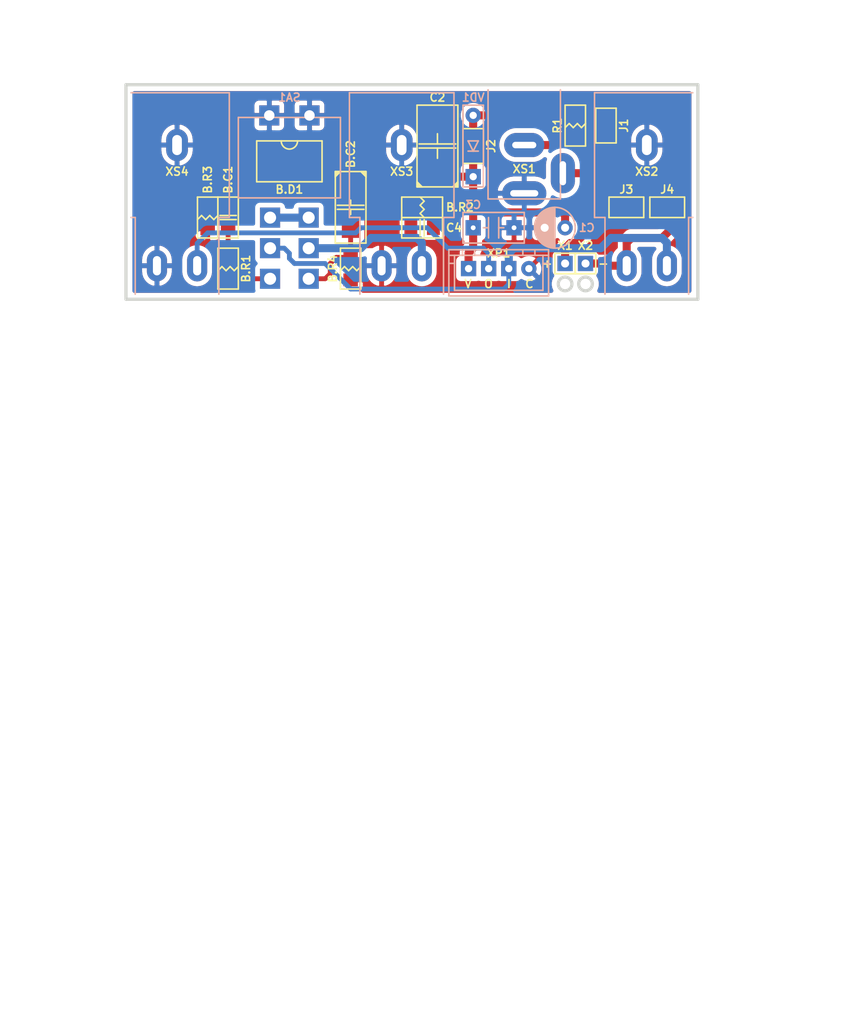
<source format=kicad_pcb>
(kicad_pcb (version 20171130) (host pcbnew 5.1.12-84ad8e8a86~92~ubuntu20.04.1)

  (general
    (thickness 1.6)
    (drawings 20)
    (tracks 104)
    (zones 0)
    (modules 26)
    (nets 17)
  )

  (page A4 portrait)
  (title_block
    (title ТКП-1.34.A-1)
    (date 2024-01-15)
    (rev 1A)
    (company "1590BB2 Connector Board Extended [REV1A] A")
    (comment 1 http://github.com/Adept666)
    (comment 2 "Igor Ivanov (Игорь Иванов)")
    (comment 3 -ТТКРЧПДЛ-)
    (comment 4 "This project is licensed under GNU General Public License v3.0 or later")
  )

  (layers
    (0 F.Cu jumper)
    (31 B.Cu signal)
    (36 B.SilkS user)
    (37 F.SilkS user)
    (38 B.Mask user)
    (39 F.Mask user)
    (40 Dwgs.User user)
    (44 Edge.Cuts user)
    (45 Margin user)
    (46 B.CrtYd user)
    (47 F.CrtYd user)
    (48 B.Fab user)
    (49 F.Fab user)
  )

  (setup
    (last_trace_width 1)
    (user_trace_width 0.6)
    (trace_clearance 0)
    (zone_clearance 0.6)
    (zone_45_only no)
    (trace_min 0.2)
    (via_size 1.5)
    (via_drill 0.5)
    (via_min_size 0.4)
    (via_min_drill 0.3)
    (uvia_size 0.3)
    (uvia_drill 0.1)
    (uvias_allowed no)
    (uvia_min_size 0)
    (uvia_min_drill 0)
    (edge_width 0.4)
    (segment_width 0.2)
    (pcb_text_width 0.3)
    (pcb_text_size 1.5 1.5)
    (mod_edge_width 0.15)
    (mod_text_size 1 1)
    (mod_text_width 0.15)
    (pad_size 1.9 1.9)
    (pad_drill 1)
    (pad_to_mask_clearance 0.1)
    (solder_mask_min_width 0.2)
    (aux_axis_origin 0 0)
    (visible_elements 7FFFFFFF)
    (pcbplotparams
      (layerselection 0x20000_7ffffffe)
      (usegerberextensions false)
      (usegerberattributes false)
      (usegerberadvancedattributes false)
      (creategerberjobfile false)
      (excludeedgelayer false)
      (linewidth 0.100000)
      (plotframeref true)
      (viasonmask false)
      (mode 1)
      (useauxorigin false)
      (hpglpennumber 1)
      (hpglpenspeed 20)
      (hpglpendiameter 15.000000)
      (psnegative false)
      (psa4output false)
      (plotreference false)
      (plotvalue true)
      (plotinvisibletext false)
      (padsonsilk true)
      (subtractmaskfromsilk false)
      (outputformat 4)
      (mirror false)
      (drillshape 0)
      (scaleselection 1)
      (outputdirectory ""))
  )

  (net 0 "")
  (net 1 COM)
  (net 2 /PP3-POS)
  (net 3 /PP3-NEG)
  (net 4 V)
  (net 5 /IN-CON)
  (net 6 /OUT-CON)
  (net 7 "Net-(J1-Pad2)")
  (net 8 "Net-(J1-Pad1)")
  (net 9 "Net-(B.C1-Pad2)")
  (net 10 /BUF-IN)
  (net 11 /BUF-OUT)
  (net 12 "Net-(B.C2-Pad+)")
  (net 13 "Net-(B.D1-Pad3)")
  (net 14 "Net-(B.D1-Pad1)")
  (net 15 /DRY-OUT-CON)
  (net 16 "Net-(SA1-PadNO1)")

  (net_class Default "This is the default net class."
    (clearance 0)
    (trace_width 1)
    (via_dia 1.5)
    (via_drill 0.5)
    (uvia_dia 0.3)
    (uvia_drill 0.1)
    (add_net /BUF-IN)
    (add_net /BUF-OUT)
    (add_net /DRY-OUT-CON)
    (add_net /IN-CON)
    (add_net /OUT-CON)
    (add_net /PP3-NEG)
    (add_net /PP3-POS)
    (add_net COM)
    (add_net "Net-(B.C1-Pad2)")
    (add_net "Net-(B.C2-Pad+)")
    (add_net "Net-(B.D1-Pad1)")
    (add_net "Net-(B.D1-Pad3)")
    (add_net "Net-(J1-Pad1)")
    (add_net "Net-(J1-Pad2)")
    (add_net "Net-(SA1-PadNO1)")
    (add_net V)
  )

  (module KCL-TH-ML:CON-PAD-S-1.0-1.9 (layer F.Cu) (tedit 65579383) (tstamp 62D2DDE0)
    (at 124.46 157.48)
    (path /62E7298A)
    (fp_text reference X1 (at 0 -2.2225) (layer F.SilkS)
      (effects (font (size 1 1) (thickness 0.2)))
    )
    (fp_text value X (at 0 2.54) (layer F.Fab)
      (effects (font (size 1 1) (thickness 0.2)))
    )
    (fp_line (start 1.27 -1.27) (end 1.27 1.27) (layer F.SilkS) (width 0.2))
    (fp_line (start -1.27 -1.27) (end -1.27 1.27) (layer F.SilkS) (width 0.2))
    (fp_line (start -1.27 1.27) (end 1.27 1.27) (layer F.SilkS) (width 0.2))
    (fp_line (start -1.27 -1.27) (end 1.27 -1.27) (layer F.SilkS) (width 0.2))
    (fp_circle (center 0 0) (end 0.5 0) (layer F.Fab) (width 0.2))
    (fp_line (start -1.27 -1.27) (end 1.27 -1.27) (layer F.CrtYd) (width 0.1))
    (fp_line (start -1.27 1.27) (end 1.27 1.27) (layer F.CrtYd) (width 0.1))
    (fp_line (start -1.27 -1.27) (end -1.27 1.27) (layer F.CrtYd) (width 0.1))
    (fp_line (start 1.27 -1.27) (end 1.27 1.27) (layer F.CrtYd) (width 0.1))
    (pad 1 thru_hole rect (at 0 0) (size 1.9 1.9) (drill 1) (layers *.Cu *.Mask)
      (net 2 /PP3-POS))
  )

  (module KCL-TH-ML:CON-PAD-S-1.0-1.9 (layer F.Cu) (tedit 65579383) (tstamp 62D2D993)
    (at 127 157.48)
    (path /60AB555E)
    (fp_text reference X2 (at 0 -2.2225) (layer F.SilkS)
      (effects (font (size 1 1) (thickness 0.2)))
    )
    (fp_text value X (at 0 2.54) (layer F.Fab)
      (effects (font (size 1 1) (thickness 0.2)))
    )
    (fp_line (start 1.27 -1.27) (end 1.27 1.27) (layer F.SilkS) (width 0.2))
    (fp_line (start -1.27 -1.27) (end -1.27 1.27) (layer F.SilkS) (width 0.2))
    (fp_line (start -1.27 1.27) (end 1.27 1.27) (layer F.SilkS) (width 0.2))
    (fp_line (start -1.27 -1.27) (end 1.27 -1.27) (layer F.SilkS) (width 0.2))
    (fp_circle (center 0 0) (end 0.5 0) (layer F.Fab) (width 0.2))
    (fp_line (start -1.27 -1.27) (end 1.27 -1.27) (layer F.CrtYd) (width 0.1))
    (fp_line (start -1.27 1.27) (end 1.27 1.27) (layer F.CrtYd) (width 0.1))
    (fp_line (start -1.27 -1.27) (end -1.27 1.27) (layer F.CrtYd) (width 0.1))
    (fp_line (start 1.27 -1.27) (end 1.27 1.27) (layer F.CrtYd) (width 0.1))
    (pad 1 thru_hole rect (at 0 0) (size 1.9 1.9) (drill 1) (layers *.Cu *.Mask)
      (net 3 /PP3-NEG))
  )

  (module KCL-TH-ML:SW-MTS-202-C4-2.5 (layer B.Cu) (tedit 637A4996) (tstamp 62E41C8C)
    (at 90.17 155.575)
    (path /62ADBEDC)
    (fp_text reference SA1 (at 0 -18.7325) (layer B.SilkS)
      (effects (font (size 1 1) (thickness 0.2)) (justify mirror))
    )
    (fp_text value MTS-202-C4 (at 0 -11.43) (layer B.Fab)
      (effects (font (size 1 1) (thickness 0.2)) (justify mirror))
    )
    (fp_line (start 3.5 -16.25) (end 3.5 -16.75) (layer B.Fab) (width 0.2))
    (fp_line (start -3.5 -16.25) (end -3.5 -16.75) (layer B.Fab) (width 0.2))
    (fp_line (start 6.35 -6.25) (end 6.35 -16.75) (layer B.CrtYd) (width 0.1))
    (fp_line (start -6.35 -6.25) (end -6.35 -16.75) (layer B.CrtYd) (width 0.1))
    (fp_line (start 3.15 -6.25) (end 6.35 -6.25) (layer B.CrtYd) (width 0.1))
    (fp_line (start -3.5 -16.75) (end 3.5 -16.75) (layer B.Fab) (width 0.2))
    (fp_line (start -6.35 -6.25) (end -3.15 -6.25) (layer B.CrtYd) (width 0.1))
    (fp_line (start -3.15 4.55) (end 3.15 4.55) (layer B.CrtYd) (width 0.1))
    (fp_line (start 3.15 4.55) (end 3.15 -6.25) (layer B.CrtYd) (width 0.1))
    (fp_line (start -3.15 4.55) (end -3.15 -6.25) (layer B.CrtYd) (width 0.1))
    (fp_line (start -6.35 -6.25) (end -6.35 -16.25) (layer B.Fab) (width 0.2))
    (fp_line (start -6.35 -6.25) (end 6.35 -6.25) (layer B.Fab) (width 0.2))
    (fp_line (start 6.35 -6.25) (end 6.35 -16.25) (layer B.Fab) (width 0.2))
    (fp_line (start -6.35 -16.25) (end 6.35 -16.25) (layer B.Fab) (width 0.2))
    (fp_line (start 6.35 -6.25) (end 6.35 -16.25) (layer B.SilkS) (width 0.2))
    (fp_line (start -6.35 -6.25) (end -6.35 -16.25) (layer B.SilkS) (width 0.2))
    (fp_line (start -6.35 -16.25) (end 6.35 -16.25) (layer B.SilkS) (width 0.2))
    (fp_line (start -6.35 -6.25) (end 6.35 -6.25) (layer B.SilkS) (width 0.2))
    (fp_line (start -3 -16.75) (end -3 -23.85) (layer B.Fab) (width 0.2))
    (fp_line (start 3 -16.75) (end 3 -23.85) (layer B.Fab) (width 0.2))
    (fp_line (start -3 -23.85) (end 3 -23.85) (layer B.Fab) (width 0.2))
    (fp_line (start 1.5 -23.85) (end 1.5 -29.25) (layer B.Fab) (width 0.2))
    (fp_line (start -1.5 -23.85) (end -1.5 -29.25) (layer B.Fab) (width 0.2))
    (fp_line (start -6.35 -16.75) (end -3 -16.75) (layer B.CrtYd) (width 0.1))
    (fp_line (start 3 -16.75) (end 6.35 -16.75) (layer B.CrtYd) (width 0.1))
    (fp_line (start -3 -16.75) (end -3 -30.75) (layer B.CrtYd) (width 0.1))
    (fp_line (start 3 -16.75) (end 3 -30.75) (layer B.CrtYd) (width 0.1))
    (fp_line (start -3 -30.75) (end 3 -30.75) (layer B.CrtYd) (width 0.1))
    (fp_arc (start 0 -29.25) (end -1.5 -29.25) (angle 180) (layer B.Fab) (width 0.2))
    (pad 0 thru_hole rect (at 2.5 -16.5) (size 2.5 2.5) (drill 1.3) (layers *.Cu *.Mask)
      (net 1 COM))
    (pad 0 thru_hole rect (at -2.5 -16.5) (size 2.5 2.5) (drill 1.3) (layers *.Cu *.Mask)
      (net 1 COM))
    (pad NO1 thru_hole rect (at -2.4 -3.8) (size 2.5 2.5) (drill 1.5) (layers *.Cu *.Mask)
      (net 16 "Net-(SA1-PadNO1)"))
    (pad COM1 thru_hole rect (at -2.4 0) (size 2.5 2.5) (drill 1.5) (layers *.Cu *.Mask)
      (net 5 /IN-CON))
    (pad NC1 thru_hole rect (at -2.4 3.8) (size 2.5 2.5) (drill 1.5) (layers *.Cu *.Mask)
      (net 10 /BUF-IN))
    (pad NO2 thru_hole rect (at 2.4 -3.8) (size 2.5 2.5) (drill 1.5) (layers *.Cu *.Mask)
      (net 16 "Net-(SA1-PadNO1)"))
    (pad NC2 thru_hole rect (at 2.4 3.8) (size 2.5 2.5) (drill 1.5) (layers *.Cu *.Mask)
      (net 11 /BUF-OUT))
    (pad COM2 thru_hole rect (at 2.4 0) (size 2.5 2.5) (drill 1.5) (layers *.Cu *.Mask)
      (net 15 /DRY-OUT-CON))
  )

  (module KCL-SM:J-SB-1206-2 (layer F.Cu) (tedit 62E4E210) (tstamp 62D2DD54)
    (at 113.03 142.875 270)
    (path /62E7298D)
    (fp_text reference J2 (at 0 -2.2225 90) (layer F.SilkS)
      (effects (font (size 1 1) (thickness 0.2)))
    )
    (fp_text value J2 (at 0 0.9525 90) (layer F.Fab)
      (effects (font (size 1 1) (thickness 0.2)))
    )
    (fp_line (start -1.05 0) (end 1.05 0) (layer F.Fab) (width 0.2))
    (fp_line (start -2.159 -1.27) (end -2.159 1.27) (layer F.SilkS) (width 0.2))
    (fp_line (start 2.159 -1.27) (end 2.159 1.27) (layer F.SilkS) (width 0.2))
    (fp_line (start -2.159 -1.27) (end 2.159 -1.27) (layer F.SilkS) (width 0.2))
    (fp_line (start -2.159 1.27) (end 2.159 1.27) (layer F.SilkS) (width 0.2))
    (fp_line (start -2.159 -1.27) (end -2.159 1.27) (layer F.CrtYd) (width 0.1))
    (fp_line (start -2.159 1.27) (end 2.159 1.27) (layer F.CrtYd) (width 0.1))
    (fp_line (start 2.159 -1.27) (end 2.159 1.27) (layer F.CrtYd) (width 0.1))
    (fp_line (start -2.159 -1.27) (end 2.159 -1.27) (layer F.CrtYd) (width 0.1))
    (pad 1 smd rect (at -0.95 0 270) (size 1.6 1.8) (layers F.Cu F.Mask)
      (net 7 "Net-(J1-Pad2)"))
    (pad 2 smd rect (at 0.95 0 270) (size 1.6 1.8) (layers F.Cu F.Mask)
      (net 4 V))
  )

  (module KCL-SM:J-SB-1206-2 (layer F.Cu) (tedit 62E4E210) (tstamp 62D2DD9C)
    (at 137.16 150.495 180)
    (path /61BCF730)
    (fp_text reference J4 (at 0 2.2225) (layer F.SilkS)
      (effects (font (size 1 1) (thickness 0.2)))
    )
    (fp_text value J4 (at 0 0.9525) (layer F.Fab)
      (effects (font (size 1 1) (thickness 0.2)))
    )
    (fp_line (start -1.05 0) (end 1.05 0) (layer F.Fab) (width 0.2))
    (fp_line (start -2.159 -1.27) (end -2.159 1.27) (layer F.SilkS) (width 0.2))
    (fp_line (start 2.159 -1.27) (end 2.159 1.27) (layer F.SilkS) (width 0.2))
    (fp_line (start -2.159 -1.27) (end 2.159 -1.27) (layer F.SilkS) (width 0.2))
    (fp_line (start -2.159 1.27) (end 2.159 1.27) (layer F.SilkS) (width 0.2))
    (fp_line (start -2.159 -1.27) (end -2.159 1.27) (layer F.CrtYd) (width 0.1))
    (fp_line (start -2.159 1.27) (end 2.159 1.27) (layer F.CrtYd) (width 0.1))
    (fp_line (start 2.159 -1.27) (end 2.159 1.27) (layer F.CrtYd) (width 0.1))
    (fp_line (start -2.159 -1.27) (end 2.159 -1.27) (layer F.CrtYd) (width 0.1))
    (pad 1 smd rect (at -0.95 0 180) (size 1.6 1.8) (layers F.Cu F.Mask)
      (net 3 /PP3-NEG))
    (pad 2 smd rect (at 0.95 0 180) (size 1.6 1.8) (layers F.Cu F.Mask)
      (net 1 COM))
  )

  (module KCL-SM:J-SB-1206-2 (layer F.Cu) (tedit 62E4E210) (tstamp 62D2DA7B)
    (at 132.08 150.495)
    (path /62E72991)
    (fp_text reference J3 (at 0 -2.2225) (layer F.SilkS)
      (effects (font (size 1 1) (thickness 0.2)))
    )
    (fp_text value J3 (at 0 -0.9525) (layer F.Fab)
      (effects (font (size 1 1) (thickness 0.2)))
    )
    (fp_line (start -1.05 0) (end 1.05 0) (layer F.Fab) (width 0.2))
    (fp_line (start -2.159 -1.27) (end -2.159 1.27) (layer F.SilkS) (width 0.2))
    (fp_line (start 2.159 -1.27) (end 2.159 1.27) (layer F.SilkS) (width 0.2))
    (fp_line (start -2.159 -1.27) (end 2.159 -1.27) (layer F.SilkS) (width 0.2))
    (fp_line (start -2.159 1.27) (end 2.159 1.27) (layer F.SilkS) (width 0.2))
    (fp_line (start -2.159 -1.27) (end -2.159 1.27) (layer F.CrtYd) (width 0.1))
    (fp_line (start -2.159 1.27) (end 2.159 1.27) (layer F.CrtYd) (width 0.1))
    (fp_line (start 2.159 -1.27) (end 2.159 1.27) (layer F.CrtYd) (width 0.1))
    (fp_line (start -2.159 -1.27) (end 2.159 -1.27) (layer F.CrtYd) (width 0.1))
    (pad 1 smd rect (at -0.95 0) (size 1.6 1.8) (layers F.Cu F.Mask)
      (net 2 /PP3-POS))
    (pad 2 smd rect (at 0.95 0) (size 1.6 1.8) (layers F.Cu F.Mask)
      (net 1 COM))
  )

  (module KCL-SM:J-SB-1206-2 (layer F.Cu) (tedit 62E4E210) (tstamp 62D2DD2A)
    (at 129.54 140.335 90)
    (path /62E7298C)
    (fp_text reference J1 (at 0 2.2225 90) (layer F.SilkS)
      (effects (font (size 1 1) (thickness 0.2)))
    )
    (fp_text value J1 (at 0 -0.9525 90) (layer F.Fab)
      (effects (font (size 1 1) (thickness 0.2)))
    )
    (fp_line (start -1.05 0) (end 1.05 0) (layer F.Fab) (width 0.2))
    (fp_line (start -2.159 -1.27) (end -2.159 1.27) (layer F.SilkS) (width 0.2))
    (fp_line (start 2.159 -1.27) (end 2.159 1.27) (layer F.SilkS) (width 0.2))
    (fp_line (start -2.159 -1.27) (end 2.159 -1.27) (layer F.SilkS) (width 0.2))
    (fp_line (start -2.159 1.27) (end 2.159 1.27) (layer F.SilkS) (width 0.2))
    (fp_line (start -2.159 -1.27) (end -2.159 1.27) (layer F.CrtYd) (width 0.1))
    (fp_line (start -2.159 1.27) (end 2.159 1.27) (layer F.CrtYd) (width 0.1))
    (fp_line (start 2.159 -1.27) (end 2.159 1.27) (layer F.CrtYd) (width 0.1))
    (fp_line (start -2.159 -1.27) (end 2.159 -1.27) (layer F.CrtYd) (width 0.1))
    (pad 1 smd rect (at -0.95 0 90) (size 1.6 1.8) (layers F.Cu F.Mask)
      (net 8 "Net-(J1-Pad1)"))
    (pad 2 smd rect (at 0.95 0 90) (size 1.6 1.8) (layers F.Cu F.Mask)
      (net 7 "Net-(J1-Pad2)"))
  )

  (module KCL-SM:CP-CTSMD-D (layer F.Cu) (tedit 62D40D4D) (tstamp 62E41817)
    (at 108.585 142.875 90)
    (path /62E751D0)
    (fp_text reference C2 (at 6.0325 0 180) (layer F.SilkS)
      (effects (font (size 1 1) (thickness 0.2)))
    )
    (fp_text value 107 (at 0 0 90) (layer F.Fab)
      (effects (font (size 1 1) (thickness 0.2)))
    )
    (fp_line (start -5.08 2.54) (end 5.08 2.54) (layer F.SilkS) (width 0.2))
    (fp_line (start -5.08 -2.54) (end 5.08 -2.54) (layer F.SilkS) (width 0.2))
    (fp_line (start 5.08 -2.54) (end 5.08 2.54) (layer F.SilkS) (width 0.2))
    (fp_line (start 0.254 -2.286) (end 0.254 2.286) (layer F.SilkS) (width 0.2))
    (fp_line (start -0.254 -2.286) (end -0.254 2.286) (layer F.SilkS) (width 0.2))
    (fp_line (start -5.08 -2.54) (end -5.08 2.54) (layer F.SilkS) (width 0.2))
    (fp_line (start -3.25 -2.15) (end -3.25 2.15) (layer F.Fab) (width 0.2))
    (fp_line (start 3.65 -2.15) (end 3.65 2.15) (layer F.Fab) (width 0.2))
    (fp_line (start -3.65 -2.15) (end -3.65 2.15) (layer F.Fab) (width 0.2))
    (fp_line (start -3.65 2.15) (end 3.65 2.15) (layer F.Fab) (width 0.2))
    (fp_line (start -3.65 -2.15) (end 3.65 -2.15) (layer F.Fab) (width 0.2))
    (fp_line (start 5.08 -2.54) (end 5.08 2.54) (layer F.CrtYd) (width 0.1))
    (fp_line (start -5.08 -2.54) (end -5.08 2.54) (layer F.CrtYd) (width 0.1))
    (fp_line (start -5.08 2.54) (end 5.08 2.54) (layer F.CrtYd) (width 0.1))
    (fp_line (start -5.08 -2.54) (end 5.08 -2.54) (layer F.CrtYd) (width 0.1))
    (fp_poly (pts (xy -4.445 2.54) (xy -5.08 2.54) (xy -5.08 1.905)) (layer F.SilkS) (width 0.2))
    (fp_poly (pts (xy -5.08 -1.905) (xy -5.08 -2.54) (xy -4.445 -2.54)) (layer F.SilkS) (width 0.2))
    (fp_line (start -1.524 0) (end -0.254 0) (layer F.SilkS) (width 0.2))
    (fp_line (start 0.254 0) (end 1.524 0) (layer F.SilkS) (width 0.2))
    (pad - smd rect (at 3.2 0 90) (size 2.6 2.4) (layers F.Cu F.Mask)
      (net 1 COM))
    (pad + smd rect (at -3.2 0 90) (size 2.6 2.4) (layers F.Cu F.Mask)
      (net 4 V))
  )

  (module KCL-VIRTUAL:B-PP3-HV (layer F.Cu) (tedit 5E590763) (tstamp 61D000C8)
    (at 105.41 172.72)
    (path /62E7298B)
    (fp_text reference GB1 (at 0 0) (layer F.SilkS) hide
      (effects (font (size 1 1) (thickness 0.2)))
    )
    (fp_text value X (at 0 1.27) (layer F.Fab) hide
      (effects (font (size 1 1) (thickness 0.2)))
    )
    (fp_line (start -24.25 -8.75) (end 24.25 -8.75) (layer Dwgs.User) (width 0.2))
    (fp_line (start -24.25 8.75) (end 24.25 8.75) (layer Dwgs.User) (width 0.2))
    (fp_line (start -24.25 -8.75) (end -24.25 8.75) (layer Dwgs.User) (width 0.2))
    (fp_line (start 24.25 -8.75) (end 24.25 8.75) (layer Dwgs.User) (width 0.2))
  )

  (module KCL-SM:R-SM-1206 (layer F.Cu) (tedit 610FE4F7) (tstamp 62E8DD7F)
    (at 97.79 158.115 90)
    (path /62DD50B9)
    (fp_text reference B.R4 (at 0 -2.2225 90) (layer F.SilkS)
      (effects (font (size 1 1) (thickness 0.2)))
    )
    (fp_text value 105 (at 0 0 90) (layer F.Fab)
      (effects (font (size 1 1) (thickness 0.2)))
    )
    (fp_line (start -1.6 -0.8) (end -1.6 0.8) (layer F.Fab) (width 0.2))
    (fp_line (start -1.6 0.8) (end 1.6 0.8) (layer F.Fab) (width 0.2))
    (fp_line (start 1.6 -0.8) (end 1.6 0.8) (layer F.Fab) (width 0.2))
    (fp_line (start -1.6 -0.8) (end 1.6 -0.8) (layer F.Fab) (width 0.2))
    (fp_line (start -2.54 -1.27) (end -2.54 1.27) (layer F.SilkS) (width 0.2))
    (fp_line (start 2.54 -1.27) (end 2.54 1.27) (layer F.SilkS) (width 0.2))
    (fp_line (start -2.54 -1.27) (end 2.54 -1.27) (layer F.SilkS) (width 0.2))
    (fp_line (start -2.54 1.27) (end 2.54 1.27) (layer F.SilkS) (width 0.2))
    (fp_line (start -0.254 0.762) (end 0.254 1.27) (layer F.SilkS) (width 0.2))
    (fp_line (start 0.254 0.254) (end -0.254 0.762) (layer F.SilkS) (width 0.2))
    (fp_line (start -0.254 -0.254) (end 0.254 0.254) (layer F.SilkS) (width 0.2))
    (fp_line (start 0.254 -0.762) (end -0.254 -1.27) (layer F.SilkS) (width 0.2))
    (fp_line (start -0.254 -0.254) (end 0.254 -0.762) (layer F.SilkS) (width 0.2))
    (fp_line (start -2.54 -1.27) (end -2.54 1.27) (layer F.CrtYd) (width 0.1))
    (fp_line (start -2.54 1.27) (end 2.54 1.27) (layer F.CrtYd) (width 0.1))
    (fp_line (start 2.54 -1.27) (end 2.54 1.27) (layer F.CrtYd) (width 0.1))
    (fp_line (start -2.54 -1.27) (end 2.54 -1.27) (layer F.CrtYd) (width 0.1))
    (pad 2 smd rect (at 1.4 0 90) (size 1.6 1.8) (layers F.Cu F.Mask)
      (net 11 /BUF-OUT))
    (pad 1 smd rect (at -1.4 0 90) (size 1.6 1.8) (layers F.Cu F.Mask)
      (net 1 COM))
  )

  (module KCL-SM:R-SM-1206 (layer F.Cu) (tedit 610FE4F7) (tstamp 62E3EC61)
    (at 80.01 151.765 90)
    (path /62281CBC)
    (fp_text reference B.R3 (at 2.8575 0 90) (layer F.SilkS)
      (effects (font (size 1 1) (thickness 0.2)) (justify left))
    )
    (fp_text value 105 (at 0 0 90) (layer F.Fab)
      (effects (font (size 1 1) (thickness 0.2)))
    )
    (fp_line (start -2.54 -1.27) (end 2.54 -1.27) (layer F.CrtYd) (width 0.1))
    (fp_line (start 2.54 -1.27) (end 2.54 1.27) (layer F.CrtYd) (width 0.1))
    (fp_line (start -2.54 1.27) (end 2.54 1.27) (layer F.CrtYd) (width 0.1))
    (fp_line (start -2.54 -1.27) (end -2.54 1.27) (layer F.CrtYd) (width 0.1))
    (fp_line (start -0.254 -0.254) (end 0.254 -0.762) (layer F.SilkS) (width 0.2))
    (fp_line (start 0.254 -0.762) (end -0.254 -1.27) (layer F.SilkS) (width 0.2))
    (fp_line (start -0.254 -0.254) (end 0.254 0.254) (layer F.SilkS) (width 0.2))
    (fp_line (start 0.254 0.254) (end -0.254 0.762) (layer F.SilkS) (width 0.2))
    (fp_line (start -0.254 0.762) (end 0.254 1.27) (layer F.SilkS) (width 0.2))
    (fp_line (start -2.54 1.27) (end 2.54 1.27) (layer F.SilkS) (width 0.2))
    (fp_line (start -2.54 -1.27) (end 2.54 -1.27) (layer F.SilkS) (width 0.2))
    (fp_line (start 2.54 -1.27) (end 2.54 1.27) (layer F.SilkS) (width 0.2))
    (fp_line (start -2.54 -1.27) (end -2.54 1.27) (layer F.SilkS) (width 0.2))
    (fp_line (start -1.6 -0.8) (end 1.6 -0.8) (layer F.Fab) (width 0.2))
    (fp_line (start 1.6 -0.8) (end 1.6 0.8) (layer F.Fab) (width 0.2))
    (fp_line (start -1.6 0.8) (end 1.6 0.8) (layer F.Fab) (width 0.2))
    (fp_line (start -1.6 -0.8) (end -1.6 0.8) (layer F.Fab) (width 0.2))
    (pad 1 smd rect (at -1.4 0 90) (size 1.6 1.8) (layers F.Cu F.Mask)
      (net 1 COM))
    (pad 2 smd rect (at 1.4 0 90) (size 1.6 1.8) (layers F.Cu F.Mask)
      (net 9 "Net-(B.C1-Pad2)"))
  )

  (module KCL-SM:R-SM-1206 (layer F.Cu) (tedit 610FE4F7) (tstamp 62DD8956)
    (at 106.68 150.495)
    (path /62DD50BD)
    (fp_text reference B.R2 (at 2.8575 0) (layer F.SilkS)
      (effects (font (size 1 1) (thickness 0.2)) (justify left))
    )
    (fp_text value 105 (at 0 0) (layer F.Fab)
      (effects (font (size 1 1) (thickness 0.2)))
    )
    (fp_line (start -2.54 -1.27) (end 2.54 -1.27) (layer F.CrtYd) (width 0.1))
    (fp_line (start 2.54 -1.27) (end 2.54 1.27) (layer F.CrtYd) (width 0.1))
    (fp_line (start -2.54 1.27) (end 2.54 1.27) (layer F.CrtYd) (width 0.1))
    (fp_line (start -2.54 -1.27) (end -2.54 1.27) (layer F.CrtYd) (width 0.1))
    (fp_line (start -0.254 -0.254) (end 0.254 -0.762) (layer F.SilkS) (width 0.2))
    (fp_line (start 0.254 -0.762) (end -0.254 -1.27) (layer F.SilkS) (width 0.2))
    (fp_line (start -0.254 -0.254) (end 0.254 0.254) (layer F.SilkS) (width 0.2))
    (fp_line (start 0.254 0.254) (end -0.254 0.762) (layer F.SilkS) (width 0.2))
    (fp_line (start -0.254 0.762) (end 0.254 1.27) (layer F.SilkS) (width 0.2))
    (fp_line (start -2.54 1.27) (end 2.54 1.27) (layer F.SilkS) (width 0.2))
    (fp_line (start -2.54 -1.27) (end 2.54 -1.27) (layer F.SilkS) (width 0.2))
    (fp_line (start 2.54 -1.27) (end 2.54 1.27) (layer F.SilkS) (width 0.2))
    (fp_line (start -2.54 -1.27) (end -2.54 1.27) (layer F.SilkS) (width 0.2))
    (fp_line (start -1.6 -0.8) (end 1.6 -0.8) (layer F.Fab) (width 0.2))
    (fp_line (start 1.6 -0.8) (end 1.6 0.8) (layer F.Fab) (width 0.2))
    (fp_line (start -1.6 0.8) (end 1.6 0.8) (layer F.Fab) (width 0.2))
    (fp_line (start -1.6 -0.8) (end -1.6 0.8) (layer F.Fab) (width 0.2))
    (pad 1 smd rect (at -1.4 0) (size 1.6 1.8) (layers F.Cu F.Mask)
      (net 9 "Net-(B.C1-Pad2)"))
    (pad 2 smd rect (at 1.4 0) (size 1.6 1.8) (layers F.Cu F.Mask)
      (net 4 V))
  )

  (module KCL-SM:R-SM-1206 (layer F.Cu) (tedit 610FE4F7) (tstamp 62E3F2BC)
    (at 82.55 158.115 90)
    (path /62D4503C)
    (fp_text reference B.R1 (at 0 2.2225 90) (layer F.SilkS)
      (effects (font (size 1 1) (thickness 0.2)))
    )
    (fp_text value X (at 0 0 90) (layer F.Fab)
      (effects (font (size 1 1) (thickness 0.2)))
    )
    (fp_line (start -1.6 -0.8) (end -1.6 0.8) (layer F.Fab) (width 0.2))
    (fp_line (start -1.6 0.8) (end 1.6 0.8) (layer F.Fab) (width 0.2))
    (fp_line (start 1.6 -0.8) (end 1.6 0.8) (layer F.Fab) (width 0.2))
    (fp_line (start -1.6 -0.8) (end 1.6 -0.8) (layer F.Fab) (width 0.2))
    (fp_line (start -2.54 -1.27) (end -2.54 1.27) (layer F.SilkS) (width 0.2))
    (fp_line (start 2.54 -1.27) (end 2.54 1.27) (layer F.SilkS) (width 0.2))
    (fp_line (start -2.54 -1.27) (end 2.54 -1.27) (layer F.SilkS) (width 0.2))
    (fp_line (start -2.54 1.27) (end 2.54 1.27) (layer F.SilkS) (width 0.2))
    (fp_line (start -0.254 0.762) (end 0.254 1.27) (layer F.SilkS) (width 0.2))
    (fp_line (start 0.254 0.254) (end -0.254 0.762) (layer F.SilkS) (width 0.2))
    (fp_line (start -0.254 -0.254) (end 0.254 0.254) (layer F.SilkS) (width 0.2))
    (fp_line (start 0.254 -0.762) (end -0.254 -1.27) (layer F.SilkS) (width 0.2))
    (fp_line (start -0.254 -0.254) (end 0.254 -0.762) (layer F.SilkS) (width 0.2))
    (fp_line (start -2.54 -1.27) (end -2.54 1.27) (layer F.CrtYd) (width 0.1))
    (fp_line (start -2.54 1.27) (end 2.54 1.27) (layer F.CrtYd) (width 0.1))
    (fp_line (start 2.54 -1.27) (end 2.54 1.27) (layer F.CrtYd) (width 0.1))
    (fp_line (start -2.54 -1.27) (end 2.54 -1.27) (layer F.CrtYd) (width 0.1))
    (pad 2 smd rect (at 1.4 0 90) (size 1.6 1.8) (layers F.Cu F.Mask)
      (net 10 /BUF-IN))
    (pad 1 smd rect (at -1.4 0 90) (size 1.6 1.8) (layers F.Cu F.Mask)
      (net 1 COM))
  )

  (module KCL-SM:P-SO-08 (layer F.Cu) (tedit 5FF354B7) (tstamp 62E3ECD9)
    (at 90.17 144.78)
    (path /62DD50B7)
    (fp_text reference B.D1 (at 0 3.4925) (layer F.SilkS)
      (effects (font (size 1 1) (thickness 0.2)))
    )
    (fp_text value 4558 (at 0 0) (layer F.Fab)
      (effects (font (size 1 1) (thickness 0.2)))
    )
    (fp_line (start -4.064 -2.54) (end 4.064 -2.54) (layer F.CrtYd) (width 0.1))
    (fp_line (start -4.064 2.54) (end 4.064 2.54) (layer F.CrtYd) (width 0.1))
    (fp_line (start -4.064 -2.54) (end -4.064 2.54) (layer F.CrtYd) (width 0.1))
    (fp_line (start 4.064 -2.54) (end 4.064 2.54) (layer F.CrtYd) (width 0.1))
    (fp_line (start -1.95 -2.45) (end 1.95 -2.45) (layer F.Fab) (width 0.2))
    (fp_line (start -1.95 2.45) (end 1.95 2.45) (layer F.Fab) (width 0.2))
    (fp_line (start -1.95 -2.45) (end -1.95 2.45) (layer F.Fab) (width 0.2))
    (fp_line (start 1.95 -2.45) (end 1.95 2.45) (layer F.Fab) (width 0.2))
    (fp_line (start -4.064 -2.54) (end -4.064 2.54) (layer F.SilkS) (width 0.2))
    (fp_line (start 4.064 2.54) (end -4.064 2.54) (layer F.SilkS) (width 0.2))
    (fp_line (start 4.064 -2.54) (end 4.064 2.54) (layer F.SilkS) (width 0.2))
    (fp_line (start -4.064 -2.54) (end 4.064 -2.54) (layer F.SilkS) (width 0.2))
    (fp_arc (start 0 -2.54) (end 1.016 -2.54) (angle 180) (layer F.SilkS) (width 0.2))
    (fp_arc (start 0 -2.45) (end 1.016 -2.45) (angle 180) (layer F.Fab) (width 0.2))
    (pad 1 smd rect (at -2.6 -1.905) (size 2.2 0.6) (layers F.Cu F.Mask)
      (net 14 "Net-(B.D1-Pad1)"))
    (pad 2 smd rect (at -2.6 -0.635) (size 2.2 0.6) (layers F.Cu F.Mask)
      (net 14 "Net-(B.D1-Pad1)"))
    (pad 3 smd rect (at -2.6 0.635) (size 2.2 0.6) (layers F.Cu F.Mask)
      (net 13 "Net-(B.D1-Pad3)"))
    (pad 4 smd rect (at -2.6 1.905) (size 2.2 0.6) (layers F.Cu F.Mask)
      (net 1 COM))
    (pad 5 smd rect (at 2.6 1.905) (size 2.2 0.6) (layers F.Cu F.Mask)
      (net 9 "Net-(B.C1-Pad2)"))
    (pad 6 smd rect (at 2.6 0.635) (size 2.2 0.6) (layers F.Cu F.Mask)
      (net 12 "Net-(B.C2-Pad+)"))
    (pad 7 smd rect (at 2.6 -0.635) (size 2.2 0.6) (layers F.Cu F.Mask)
      (net 12 "Net-(B.C2-Pad+)"))
    (pad 8 smd rect (at 2.6 -1.905) (size 2.2 0.6) (layers F.Cu F.Mask)
      (net 4 V))
  )

  (module KCL-SM:CP-CTSMD-C (layer F.Cu) (tedit 62D40D2A) (tstamp 62DD88D2)
    (at 97.79 150.495 270)
    (path /62E86546)
    (fp_text reference B.C2 (at -4.7625 0 270) (layer F.SilkS)
      (effects (font (size 1 1) (thickness 0.2)) (justify left))
    )
    (fp_text value 106 (at 0 0 90) (layer F.Fab)
      (effects (font (size 1 1) (thickness 0.2)))
    )
    (fp_line (start 0.254 0) (end 0.889 0) (layer F.SilkS) (width 0.2))
    (fp_line (start -0.889 0) (end -0.254 0) (layer F.SilkS) (width 0.2))
    (fp_line (start -4.445 -1.905) (end 4.445 -1.905) (layer F.CrtYd) (width 0.1))
    (fp_line (start -4.445 1.905) (end 4.445 1.905) (layer F.CrtYd) (width 0.1))
    (fp_line (start -4.445 -1.905) (end -4.445 1.905) (layer F.CrtYd) (width 0.1))
    (fp_line (start 4.445 -1.905) (end 4.445 1.905) (layer F.CrtYd) (width 0.1))
    (fp_line (start -3 -1.6) (end 3 -1.6) (layer F.Fab) (width 0.2))
    (fp_line (start -3 1.6) (end 3 1.6) (layer F.Fab) (width 0.2))
    (fp_line (start -3 -1.6) (end -3 1.6) (layer F.Fab) (width 0.2))
    (fp_line (start 3 -1.6) (end 3 1.6) (layer F.Fab) (width 0.2))
    (fp_line (start -2.6 -1.6) (end -2.6 1.6) (layer F.Fab) (width 0.2))
    (fp_line (start -4.445 -1.905) (end -4.445 1.905) (layer F.SilkS) (width 0.2))
    (fp_line (start -0.254 -1.651) (end -0.254 1.651) (layer F.SilkS) (width 0.2))
    (fp_line (start 0.254 -1.651) (end 0.254 1.651) (layer F.SilkS) (width 0.2))
    (fp_line (start 4.445 -1.905) (end 4.445 1.905) (layer F.SilkS) (width 0.2))
    (fp_line (start -4.445 -1.905) (end 4.445 -1.905) (layer F.SilkS) (width 0.2))
    (fp_line (start -4.445 1.905) (end 4.445 1.905) (layer F.SilkS) (width 0.2))
    (fp_poly (pts (xy -3.81 1.905) (xy -4.445 1.905) (xy -4.445 1.27)) (layer F.SilkS) (width 0.2))
    (fp_poly (pts (xy -4.445 -1.27) (xy -4.445 -1.905) (xy -3.81 -1.905)) (layer F.SilkS) (width 0.2))
    (pad + smd rect (at -2.5 0 270) (size 2.6 2.2) (layers F.Cu F.Mask)
      (net 12 "Net-(B.C2-Pad+)"))
    (pad - smd rect (at 2.5 0 270) (size 2.6 2.2) (layers F.Cu F.Mask)
      (net 11 /BUF-OUT))
  )

  (module KCL-SM:C-SM-1206 (layer F.Cu) (tedit 5FF35261) (tstamp 62DD88B9)
    (at 82.55 151.765 90)
    (path /62E86545)
    (fp_text reference B.C1 (at 2.8575 0 90) (layer F.SilkS)
      (effects (font (size 1 1) (thickness 0.2)) (justify left))
    )
    (fp_text value 105 (at 0 0 90) (layer F.Fab)
      (effects (font (size 1 1) (thickness 0.2)))
    )
    (fp_line (start -1.6 -0.8) (end -1.6 0.8) (layer F.Fab) (width 0.2))
    (fp_line (start -1.6 0.8) (end 1.6 0.8) (layer F.Fab) (width 0.2))
    (fp_line (start 1.6 -0.8) (end 1.6 0.8) (layer F.Fab) (width 0.2))
    (fp_line (start -1.6 -0.8) (end 1.6 -0.8) (layer F.Fab) (width 0.2))
    (fp_line (start -2.54 -1.27) (end -2.54 1.27) (layer F.SilkS) (width 0.2))
    (fp_line (start 2.54 -1.27) (end 2.54 1.27) (layer F.SilkS) (width 0.2))
    (fp_line (start -0.254 -1.016) (end -0.254 1.016) (layer F.SilkS) (width 0.2))
    (fp_line (start 0.254 -1.016) (end 0.254 1.016) (layer F.SilkS) (width 0.2))
    (fp_line (start -2.54 -1.27) (end 2.54 -1.27) (layer F.SilkS) (width 0.2))
    (fp_line (start -2.54 1.27) (end 2.54 1.27) (layer F.SilkS) (width 0.2))
    (fp_line (start -2.54 1.27) (end -2.54 -1.27) (layer F.CrtYd) (width 0.1))
    (fp_line (start 2.54 1.27) (end -2.54 1.27) (layer F.CrtYd) (width 0.1))
    (fp_line (start 2.54 -1.27) (end 2.54 1.27) (layer F.CrtYd) (width 0.1))
    (fp_line (start -2.54 -1.27) (end 2.54 -1.27) (layer F.CrtYd) (width 0.1))
    (pad 2 smd rect (at 1.4 0 90) (size 1.6 1.8) (layers F.Cu F.Mask)
      (net 9 "Net-(B.C1-Pad2)"))
    (pad 1 smd rect (at -1.4 0 90) (size 1.6 1.8) (layers F.Cu F.Mask)
      (net 10 /BUF-IN))
  )

  (module KCL-SM:R-SM-1206 (layer F.Cu) (tedit 610FE4F7) (tstamp 62D2DAB3)
    (at 125.73 140.335 90)
    (path /61A3ECF5)
    (fp_text reference R1 (at 0 -2.2225 90) (layer F.SilkS)
      (effects (font (size 1 1) (thickness 0.2)))
    )
    (fp_text value 470 (at 0 0 90) (layer F.Fab)
      (effects (font (size 1 1) (thickness 0.2)))
    )
    (fp_line (start -2.54 -1.27) (end 2.54 -1.27) (layer F.CrtYd) (width 0.1))
    (fp_line (start 2.54 -1.27) (end 2.54 1.27) (layer F.CrtYd) (width 0.1))
    (fp_line (start -2.54 1.27) (end 2.54 1.27) (layer F.CrtYd) (width 0.1))
    (fp_line (start -2.54 -1.27) (end -2.54 1.27) (layer F.CrtYd) (width 0.1))
    (fp_line (start -0.254 -0.254) (end 0.254 -0.762) (layer F.SilkS) (width 0.2))
    (fp_line (start 0.254 -0.762) (end -0.254 -1.27) (layer F.SilkS) (width 0.2))
    (fp_line (start -0.254 -0.254) (end 0.254 0.254) (layer F.SilkS) (width 0.2))
    (fp_line (start 0.254 0.254) (end -0.254 0.762) (layer F.SilkS) (width 0.2))
    (fp_line (start -0.254 0.762) (end 0.254 1.27) (layer F.SilkS) (width 0.2))
    (fp_line (start -2.54 1.27) (end 2.54 1.27) (layer F.SilkS) (width 0.2))
    (fp_line (start -2.54 -1.27) (end 2.54 -1.27) (layer F.SilkS) (width 0.2))
    (fp_line (start 2.54 -1.27) (end 2.54 1.27) (layer F.SilkS) (width 0.2))
    (fp_line (start -2.54 -1.27) (end -2.54 1.27) (layer F.SilkS) (width 0.2))
    (fp_line (start -1.6 -0.8) (end 1.6 -0.8) (layer F.Fab) (width 0.2))
    (fp_line (start 1.6 -0.8) (end 1.6 0.8) (layer F.Fab) (width 0.2))
    (fp_line (start -1.6 0.8) (end 1.6 0.8) (layer F.Fab) (width 0.2))
    (fp_line (start -1.6 -0.8) (end -1.6 0.8) (layer F.Fab) (width 0.2))
    (pad 1 smd rect (at -1.4 0 90) (size 1.6 1.8) (layers F.Cu F.Mask)
      (net 8 "Net-(J1-Pad1)"))
    (pad 2 smd rect (at 1.4 0 90) (size 1.6 1.8) (layers F.Cu F.Mask)
      (net 7 "Net-(J1-Pad2)"))
  )

  (module KCL-SM:C-SM-1206 (layer F.Cu) (tedit 5FF35261) (tstamp 62E40427)
    (at 106.68 153.035 180)
    (path /61BC19F4)
    (fp_text reference C4 (at -2.8575 0) (layer F.SilkS)
      (effects (font (size 1 1) (thickness 0.2)) (justify left))
    )
    (fp_text value 104 (at 0 0) (layer F.Fab)
      (effects (font (size 1 1) (thickness 0.2)))
    )
    (fp_line (start -1.6 -0.8) (end -1.6 0.8) (layer F.Fab) (width 0.2))
    (fp_line (start -1.6 0.8) (end 1.6 0.8) (layer F.Fab) (width 0.2))
    (fp_line (start 1.6 -0.8) (end 1.6 0.8) (layer F.Fab) (width 0.2))
    (fp_line (start -1.6 -0.8) (end 1.6 -0.8) (layer F.Fab) (width 0.2))
    (fp_line (start -2.54 -1.27) (end -2.54 1.27) (layer F.SilkS) (width 0.2))
    (fp_line (start 2.54 -1.27) (end 2.54 1.27) (layer F.SilkS) (width 0.2))
    (fp_line (start -0.254 -1.016) (end -0.254 1.016) (layer F.SilkS) (width 0.2))
    (fp_line (start 0.254 -1.016) (end 0.254 1.016) (layer F.SilkS) (width 0.2))
    (fp_line (start -2.54 -1.27) (end 2.54 -1.27) (layer F.SilkS) (width 0.2))
    (fp_line (start -2.54 1.27) (end 2.54 1.27) (layer F.SilkS) (width 0.2))
    (fp_line (start -2.54 1.27) (end -2.54 -1.27) (layer F.CrtYd) (width 0.1))
    (fp_line (start 2.54 1.27) (end -2.54 1.27) (layer F.CrtYd) (width 0.1))
    (fp_line (start 2.54 -1.27) (end 2.54 1.27) (layer F.CrtYd) (width 0.1))
    (fp_line (start -2.54 -1.27) (end 2.54 -1.27) (layer F.CrtYd) (width 0.1))
    (pad 2 smd rect (at 1.4 0 180) (size 1.6 1.8) (layers F.Cu F.Mask)
      (net 1 COM))
    (pad 1 smd rect (at -1.4 0 180) (size 1.6 1.8) (layers F.Cu F.Mask)
      (net 4 V))
  )

  (module SBKCL-TH-ML:CON-PJ-651A-01-DRY-OUT-OVAL (layer B.Cu) (tedit 62D23AC6) (tstamp 62DD6559)
    (at 104.14 135.255)
    (path /609B0F02)
    (fp_text reference XS3 (at 0 10.795) (layer F.SilkS)
      (effects (font (size 1 1) (thickness 0.2)))
    )
    (fp_text value PJ-651A-01 (at 0 13.335) (layer B.Fab)
      (effects (font (size 1 1) (thickness 0.2)) (justify mirror))
    )
    (fp_line (start -6.928203 -2.5) (end 6.928203 -2.5) (layer B.Fab) (width 0.2))
    (fp_line (start 6.928203 -0.5) (end 6.928203 -2.5) (layer B.Fab) (width 0.2))
    (fp_line (start 3.464102 -0.5) (end 3.464102 -2.5) (layer B.Fab) (width 0.2))
    (fp_line (start -3.464102 -0.5) (end -3.464102 -2.5) (layer B.Fab) (width 0.2))
    (fp_line (start -6.928203 -0.5) (end -6.928203 -2.5) (layer B.Fab) (width 0.2))
    (fp_line (start -7.5 -0.5) (end 7.5 -0.5) (layer B.Fab) (width 0.2))
    (fp_line (start 7.5 0) (end 7.5 -0.5) (layer B.Fab) (width 0.2))
    (fp_line (start -7.5 0) (end -7.5 -0.5) (layer B.Fab) (width 0.2))
    (fp_line (start 6.5 16.5) (end 6.5 1) (layer B.SilkS) (width 0.2))
    (fp_line (start -6.5 16.5) (end -6.5 1) (layer B.SilkS) (width 0.2))
    (fp_line (start 5.2 16.5) (end 6.5 16.5) (layer B.SilkS) (width 0.2))
    (fp_line (start -6.5 16.5) (end -5.2 16.5) (layer B.SilkS) (width 0.2))
    (fp_line (start 5.2 16.5) (end 6.5 16.5) (layer B.CrtYd) (width 0.1))
    (fp_line (start -6.5 16.5) (end -5.2 16.5) (layer B.CrtYd) (width 0.1))
    (fp_line (start -5.2 26.5) (end 5.2 26.5) (layer B.Fab) (width 0.2))
    (fp_line (start -6.5 1) (end 6.5 1) (layer B.Fab) (width 0.2))
    (fp_line (start -7.5 0) (end 7.5 0) (layer B.Fab) (width 0.2))
    (fp_line (start -4.5 -9) (end 4.5 -9) (layer B.Fab) (width 0.2))
    (fp_line (start -5.2 26.5) (end -5.2 16.5) (layer B.Fab) (width 0.2))
    (fp_line (start 5.2 26.5) (end 5.2 16.5) (layer B.Fab) (width 0.2))
    (fp_line (start -5.5 1) (end -5.5 0) (layer B.Fab) (width 0.2))
    (fp_line (start 5.5 1) (end 5.5 0) (layer B.Fab) (width 0.2))
    (fp_line (start -4.5 -2.5) (end -4.5 -9) (layer B.Fab) (width 0.2))
    (fp_line (start 4.5 -2.5) (end 4.5 -9) (layer B.Fab) (width 0.2))
    (fp_line (start -6.5 1) (end 6.5 1) (layer B.SilkS) (width 0.2))
    (fp_line (start -5.2 26.035) (end -5.2 16.5) (layer B.SilkS) (width 0.2))
    (fp_line (start 5.2 26.035) (end 5.2 16.5) (layer B.SilkS) (width 0.2))
    (fp_line (start -5.2 26.5) (end 5.2 26.5) (layer B.CrtYd) (width 0.1))
    (fp_line (start -7.5 -9) (end 7.5 -9) (layer B.CrtYd) (width 0.1))
    (fp_line (start -6.5 16.5) (end -6.5 1) (layer B.CrtYd) (width 0.1))
    (fp_line (start 6.5 16.5) (end 6.5 1) (layer B.CrtYd) (width 0.1))
    (fp_line (start -5.2 26.5) (end -5.2 16.5) (layer B.CrtYd) (width 0.1))
    (fp_line (start 5.2 26.5) (end 5.2 16.5) (layer B.CrtYd) (width 0.1))
    (fp_line (start -6.5 1) (end -5.5 1) (layer B.CrtYd) (width 0.1))
    (fp_line (start 5.5 1) (end 6.5 1) (layer B.CrtYd) (width 0.1))
    (fp_line (start -7.5 0) (end -5.5 0) (layer B.CrtYd) (width 0.1))
    (fp_line (start 5.5 0) (end 7.5 0) (layer B.CrtYd) (width 0.1))
    (fp_line (start -5.5 1) (end -5.5 0) (layer B.CrtYd) (width 0.1))
    (fp_line (start 5.5 1) (end 5.5 0) (layer B.CrtYd) (width 0.1))
    (fp_line (start -7.5 0) (end -7.5 -9) (layer B.CrtYd) (width 0.1))
    (fp_line (start 7.5 0) (end 7.5 -9) (layer B.CrtYd) (width 0.1))
    (fp_line (start -6.5 16.5) (end -6.5 1) (layer B.Fab) (width 0.2))
    (fp_line (start 6.5 16.5) (end 6.5 1) (layer B.Fab) (width 0.2))
    (fp_line (start -6.5 16.5) (end -5.2 16.5) (layer B.Fab) (width 0.2))
    (fp_line (start 5.2 16.5) (end 6.5 16.5) (layer B.Fab) (width 0.2))
    (pad S thru_hole oval (at 0 7.5) (size 2.7 4) (drill oval 1.2 2.5) (layers *.Cu *.Mask)
      (net 1 COM))
    (pad T thru_hole oval (at 2.5 22.5) (size 2.5 3.9) (drill oval 1 2.4) (layers *.Cu *.Mask)
      (net 15 /DRY-OUT-CON))
    (pad R thru_hole oval (at -2.5 22.5) (size 2.5 3.9) (drill oval 1 2.4) (layers *.Cu *.Mask)
      (net 1 COM))
  )

  (module SBKCL-TH-ML:CON-PJ-651A-01-IN-OVAL (layer B.Cu) (tedit 62D1B31A) (tstamp 62D2DB11)
    (at 134.62 135.255)
    (path /62E72986)
    (fp_text reference XS2 (at 0 10.795) (layer F.SilkS)
      (effects (font (size 1 1) (thickness 0.2)))
    )
    (fp_text value PJ-651A-01 (at 0 13.335) (layer B.Fab)
      (effects (font (size 1 1) (thickness 0.2)) (justify mirror))
    )
    (fp_line (start 3.464102 -0.5) (end 3.464102 -2.5) (layer B.Fab) (width 0.2))
    (fp_line (start -6.5 16.5) (end -6.5 1) (layer B.Fab) (width 0.2))
    (fp_line (start -6.5 16.5) (end -5.2 16.5) (layer B.Fab) (width 0.2))
    (fp_line (start 7.5 0) (end 7.5 -0.5) (layer B.Fab) (width 0.2))
    (fp_line (start -7.5 0) (end -7.5 -0.5) (layer B.Fab) (width 0.2))
    (fp_line (start -5.5 1) (end -5.5 0) (layer B.Fab) (width 0.2))
    (fp_line (start -7.5 0) (end 7.5 0) (layer B.Fab) (width 0.2))
    (fp_line (start 5.2 26.5) (end 5.2 16.5) (layer B.Fab) (width 0.2))
    (fp_line (start 5.5 1) (end 5.5 0) (layer B.Fab) (width 0.2))
    (fp_line (start 4.5 -2.5) (end 4.5 -9) (layer B.Fab) (width 0.2))
    (fp_line (start -6.928203 -2.5) (end 6.928203 -2.5) (layer B.Fab) (width 0.2))
    (fp_line (start 5.2 16.5) (end 6.5 16.5) (layer B.Fab) (width 0.2))
    (fp_line (start -4.5 -9) (end 4.5 -9) (layer B.Fab) (width 0.2))
    (fp_line (start -6.5 1) (end 6.5 1) (layer B.Fab) (width 0.2))
    (fp_line (start 6.5 16.5) (end 6.5 1) (layer B.Fab) (width 0.2))
    (fp_line (start -3.464102 -0.5) (end -3.464102 -2.5) (layer B.Fab) (width 0.2))
    (fp_line (start -4.5 -2.5) (end -4.5 -9) (layer B.Fab) (width 0.2))
    (fp_line (start 6.928203 -0.5) (end 6.928203 -2.5) (layer B.Fab) (width 0.2))
    (fp_line (start -7.5 -0.5) (end 7.5 -0.5) (layer B.Fab) (width 0.2))
    (fp_line (start -5.2 26.5) (end -5.2 16.5) (layer B.Fab) (width 0.2))
    (fp_line (start -5.2 26.5) (end 5.2 26.5) (layer B.Fab) (width 0.2))
    (fp_line (start -6.928203 -0.5) (end -6.928203 -2.5) (layer B.Fab) (width 0.2))
    (fp_line (start 5.2 26.035) (end 5.2 16.5) (layer B.SilkS) (width 0.2))
    (fp_line (start -5.2 26.035) (end -5.2 16.5) (layer B.SilkS) (width 0.2))
    (fp_line (start -6.5 1) (end 5.715 1) (layer B.SilkS) (width 0.2))
    (fp_line (start -6.5 16.5) (end -5.2 16.5) (layer B.SilkS) (width 0.2))
    (fp_line (start 5.2 16.5) (end 5.715 16.5) (layer B.SilkS) (width 0.2))
    (fp_line (start -6.5 16.5) (end -6.5 1) (layer B.SilkS) (width 0.2))
    (fp_line (start 5.5 1) (end 5.5 0) (layer B.CrtYd) (width 0.1))
    (fp_line (start 5.5 0) (end 7.5 0) (layer B.CrtYd) (width 0.1))
    (fp_line (start -7.5 0) (end -5.5 0) (layer B.CrtYd) (width 0.1))
    (fp_line (start -6.5 16.5) (end -5.2 16.5) (layer B.CrtYd) (width 0.1))
    (fp_line (start -5.2 26.5) (end 5.2 26.5) (layer B.CrtYd) (width 0.1))
    (fp_line (start -5.5 1) (end -5.5 0) (layer B.CrtYd) (width 0.1))
    (fp_line (start 7.5 0) (end 7.5 -9) (layer B.CrtYd) (width 0.1))
    (fp_line (start -6.5 16.5) (end -6.5 1) (layer B.CrtYd) (width 0.1))
    (fp_line (start -6.5 1) (end -5.5 1) (layer B.CrtYd) (width 0.1))
    (fp_line (start 5.2 26.5) (end 5.2 16.5) (layer B.CrtYd) (width 0.1))
    (fp_line (start -5.2 26.5) (end -5.2 16.5) (layer B.CrtYd) (width 0.1))
    (fp_line (start -7.5 -9) (end 7.5 -9) (layer B.CrtYd) (width 0.1))
    (fp_line (start 6.5 16.5) (end 6.5 1) (layer B.CrtYd) (width 0.1))
    (fp_line (start 5.5 1) (end 6.5 1) (layer B.CrtYd) (width 0.1))
    (fp_line (start -7.5 0) (end -7.5 -9) (layer B.CrtYd) (width 0.1))
    (fp_line (start 5.2 16.5) (end 6.5 16.5) (layer B.CrtYd) (width 0.1))
    (pad S thru_hole oval (at 0 7.5) (size 2.7 4) (drill oval 1.2 2.5) (layers *.Cu *.Mask)
      (net 1 COM))
    (pad T thru_hole oval (at 2.5 22.5) (size 2.5 3.9) (drill oval 1 2.4) (layers *.Cu *.Mask)
      (net 5 /IN-CON))
    (pad R thru_hole oval (at -2.5 22.5) (size 2.5 3.9) (drill oval 1 2.4) (layers *.Cu *.Mask)
      (net 3 /PP3-NEG))
  )

  (module SBKCL-TH-ML:CON-PJ-651A-01-OUT-OVAL (layer B.Cu) (tedit 62D1B343) (tstamp 62D2D9E2)
    (at 76.2 135.255)
    (path /61D7C59A)
    (fp_text reference XS4 (at 0 10.795) (layer F.SilkS)
      (effects (font (size 1 1) (thickness 0.2)))
    )
    (fp_text value PJ-651A-01 (at 0 13.335) (layer B.Fab)
      (effects (font (size 1 1) (thickness 0.2)) (justify mirror))
    )
    (fp_line (start 3.464102 -0.5) (end 3.464102 -2.5) (layer B.Fab) (width 0.2))
    (fp_line (start -6.5 16.5) (end -6.5 1) (layer B.Fab) (width 0.2))
    (fp_line (start -6.5 16.5) (end -5.2 16.5) (layer B.Fab) (width 0.2))
    (fp_line (start 7.5 0) (end 7.5 -0.5) (layer B.Fab) (width 0.2))
    (fp_line (start -7.5 0) (end -7.5 -0.5) (layer B.Fab) (width 0.2))
    (fp_line (start -5.5 1) (end -5.5 0) (layer B.Fab) (width 0.2))
    (fp_line (start -7.5 0) (end 7.5 0) (layer B.Fab) (width 0.2))
    (fp_line (start 5.2 26.5) (end 5.2 16.5) (layer B.Fab) (width 0.2))
    (fp_line (start 5.5 1) (end 5.5 0) (layer B.Fab) (width 0.2))
    (fp_line (start 4.5 -2.5) (end 4.5 -9) (layer B.Fab) (width 0.2))
    (fp_line (start -6.928203 -2.5) (end 6.928203 -2.5) (layer B.Fab) (width 0.2))
    (fp_line (start 5.2 16.5) (end 6.5 16.5) (layer B.Fab) (width 0.2))
    (fp_line (start -4.5 -9) (end 4.5 -9) (layer B.Fab) (width 0.2))
    (fp_line (start -6.5 1) (end 6.5 1) (layer B.Fab) (width 0.2))
    (fp_line (start 6.5 16.5) (end 6.5 1) (layer B.Fab) (width 0.2))
    (fp_line (start -3.464102 -0.5) (end -3.464102 -2.5) (layer B.Fab) (width 0.2))
    (fp_line (start -4.5 -2.5) (end -4.5 -9) (layer B.Fab) (width 0.2))
    (fp_line (start 6.928203 -0.5) (end 6.928203 -2.5) (layer B.Fab) (width 0.2))
    (fp_line (start -7.5 -0.5) (end 7.5 -0.5) (layer B.Fab) (width 0.2))
    (fp_line (start -5.2 26.5) (end -5.2 16.5) (layer B.Fab) (width 0.2))
    (fp_line (start -5.2 26.5) (end 5.2 26.5) (layer B.Fab) (width 0.2))
    (fp_line (start -6.928203 -0.5) (end -6.928203 -2.5) (layer B.Fab) (width 0.2))
    (fp_line (start 5.2 26.035) (end 5.2 16.5) (layer B.SilkS) (width 0.2))
    (fp_line (start -5.2 26.035) (end -5.2 16.5) (layer B.SilkS) (width 0.2))
    (fp_line (start -5.715 1) (end 6.5 1) (layer B.SilkS) (width 0.2))
    (fp_line (start -5.715 16.5) (end -5.2 16.5) (layer B.SilkS) (width 0.2))
    (fp_line (start 5.2 16.5) (end 6.5 16.5) (layer B.SilkS) (width 0.2))
    (fp_line (start 6.5 16.5) (end 6.5 1) (layer B.SilkS) (width 0.2))
    (fp_line (start 5.5 1) (end 5.5 0) (layer B.CrtYd) (width 0.1))
    (fp_line (start 5.5 0) (end 7.5 0) (layer B.CrtYd) (width 0.1))
    (fp_line (start -7.5 0) (end -5.5 0) (layer B.CrtYd) (width 0.1))
    (fp_line (start -6.5 16.5) (end -5.2 16.5) (layer B.CrtYd) (width 0.1))
    (fp_line (start -5.2 26.5) (end 5.2 26.5) (layer B.CrtYd) (width 0.1))
    (fp_line (start -5.5 1) (end -5.5 0) (layer B.CrtYd) (width 0.1))
    (fp_line (start 7.5 0) (end 7.5 -9) (layer B.CrtYd) (width 0.1))
    (fp_line (start -6.5 16.5) (end -6.5 1) (layer B.CrtYd) (width 0.1))
    (fp_line (start -6.5 1) (end -5.5 1) (layer B.CrtYd) (width 0.1))
    (fp_line (start 5.2 26.5) (end 5.2 16.5) (layer B.CrtYd) (width 0.1))
    (fp_line (start -5.2 26.5) (end -5.2 16.5) (layer B.CrtYd) (width 0.1))
    (fp_line (start -7.5 -9) (end 7.5 -9) (layer B.CrtYd) (width 0.1))
    (fp_line (start 6.5 16.5) (end 6.5 1) (layer B.CrtYd) (width 0.1))
    (fp_line (start 5.5 1) (end 6.5 1) (layer B.CrtYd) (width 0.1))
    (fp_line (start -7.5 0) (end -7.5 -9) (layer B.CrtYd) (width 0.1))
    (fp_line (start 5.2 16.5) (end 6.5 16.5) (layer B.CrtYd) (width 0.1))
    (pad R thru_hole oval (at -2.5 22.5) (size 2.5 3.9) (drill oval 1 2.4) (layers *.Cu *.Mask)
      (net 1 COM))
    (pad T thru_hole oval (at 2.5 22.5) (size 2.5 3.9) (drill oval 1 2.4) (layers *.Cu *.Mask)
      (net 6 /OUT-CON))
    (pad S thru_hole oval (at 0 7.5) (size 2.7 4) (drill oval 1.2 2.5) (layers *.Cu *.Mask)
      (net 1 COM))
  )

  (module SBKCL-TH-ML:CON-DC-005-9V-OVAL (layer B.Cu) (tedit 61CEB1E7) (tstamp 62D2DBDB)
    (at 119.38 135.255)
    (path /62E72988)
    (fp_text reference XS1 (at 0 10.4775) (layer F.SilkS)
      (effects (font (size 1 1) (thickness 0.2)))
    )
    (fp_text value DC-005 (at 0 6.985) (layer B.Fab)
      (effects (font (size 1 1) (thickness 0.2)) (justify mirror))
    )
    (fp_line (start 4.5 14.2) (end 4.5 0.635) (layer B.SilkS) (width 0.2))
    (fp_line (start -4.5 14.2) (end -4.5 0.635) (layer B.SilkS) (width 0.2))
    (fp_line (start -4.5 14.2) (end 4.5 14.2) (layer B.SilkS) (width 0.2))
    (fp_line (start -4.5 3.3) (end 4.5 3.3) (layer B.Fab) (width 0.2))
    (fp_line (start 5.2 14.2) (end 5.2 0) (layer B.CrtYd) (width 0.1))
    (fp_line (start -4.5 14.2) (end -4.5 0) (layer B.CrtYd) (width 0.1))
    (fp_line (start -4.5 0) (end 5.2 0) (layer B.CrtYd) (width 0.1))
    (fp_line (start -4.5 14.2) (end 5.2 14.2) (layer B.CrtYd) (width 0.1))
    (fp_line (start -4.5 14.2) (end -4.5 0) (layer B.Fab) (width 0.2))
    (fp_line (start -4.5 0) (end 4.5 0) (layer B.Fab) (width 0.2))
    (fp_line (start 4.5 14.2) (end 4.5 0) (layer B.Fab) (width 0.2))
    (fp_line (start -4.5 14.2) (end 4.5 14.2) (layer B.Fab) (width 0.2))
    (pad C thru_hole oval (at 0 13.5) (size 5.5 3) (drill oval 3.5 0.8) (layers *.Cu *.Mask)
      (net 1 COM))
    (pad SN thru_hole oval (at 4.8 11) (size 3 5) (drill oval 0.8 3) (layers *.Cu *.Mask)
      (net 2 /PP3-POS))
    (pad S thru_hole oval (at 0 7.5) (size 5 3) (drill oval 3 0.8) (layers *.Cu *.Mask)
      (net 8 "Net-(J1-Pad1)"))
  )

  (module KCL-TH-ML:P-DO-41 (layer B.Cu) (tedit 6110D669) (tstamp 62D2DCEA)
    (at 113.03 142.875 270)
    (path /61DC203D)
    (fp_text reference VD1 (at -6.0325 0) (layer B.SilkS)
      (effects (font (size 1 1) (thickness 0.2)) (justify mirror))
    )
    (fp_text value X (at 0 0 270) (layer B.Fab)
      (effects (font (size 1 1) (thickness 0.2)) (justify mirror))
    )
    (fp_line (start 1.8175 1.1875) (end 1.8175 -1.1875) (layer B.Fab) (width 0.2))
    (fp_line (start 0.635 0.635) (end 0.635 -0.635) (layer B.SilkS) (width 0.2))
    (fp_line (start -0.635 -0.635) (end 0.635 0) (layer B.SilkS) (width 0.2))
    (fp_line (start -0.635 0.635) (end 0.635 0) (layer B.SilkS) (width 0.2))
    (fp_line (start -0.635 0.635) (end -0.635 -0.635) (layer B.SilkS) (width 0.2))
    (fp_line (start -5.08 -1.27) (end -5.08 1.27) (layer B.CrtYd) (width 0.1))
    (fp_line (start 5.08 -1.27) (end -5.08 -1.27) (layer B.CrtYd) (width 0.1))
    (fp_line (start 5.08 1.27) (end 5.08 -1.27) (layer B.CrtYd) (width 0.1))
    (fp_line (start -5.08 1.27) (end 5.08 1.27) (layer B.CrtYd) (width 0.1))
    (fp_line (start 5.08 1.27) (end 5.08 -1.27) (layer B.SilkS) (width 0.2))
    (fp_line (start -5.08 1.27) (end -5.08 -1.27) (layer B.SilkS) (width 0.2))
    (fp_line (start -5.08 -1.27) (end 5.08 -1.27) (layer B.SilkS) (width 0.2))
    (fp_line (start -5.08 1.27) (end 5.08 1.27) (layer B.SilkS) (width 0.2))
    (fp_line (start 2.3175 1.1875) (end 2.3175 -1.1875) (layer B.Fab) (width 0.2))
    (fp_line (start -2.3175 1.1875) (end -2.3175 -1.1875) (layer B.Fab) (width 0.2))
    (fp_line (start -2.3175 -1.1875) (end 2.3175 -1.1875) (layer B.Fab) (width 0.2))
    (fp_line (start -2.3175 1.1875) (end 2.3175 1.1875) (layer B.Fab) (width 0.2))
    (pad A thru_hole circle (at -3.81 0 270) (size 1.9 1.9) (drill 0.9) (layers *.Cu *.Mask)
      (net 7 "Net-(J1-Pad2)"))
    (pad C thru_hole rect (at 3.81 0 270) (size 1.9 1.9) (drill 0.9) (layers *.Cu *.Mask)
      (net 4 V))
  )

  (module KCL-TH-ML:CON-XH-B4B-A (layer B.Cu) (tedit 61A18FD4) (tstamp 62D2DC65)
    (at 116.205 158.115 180)
    (path /62E7298F)
    (fp_text reference XP1 (at 0 1.905) (layer F.SilkS)
      (effects (font (size 1 1) (thickness 0.2)))
    )
    (fp_text value B4B-XH-A (at 0 -0.635) (layer B.Fab)
      (effects (font (size 1 1) (thickness 0.2)) (justify mirror))
    )
    (fp_line (start -4.5 2.35) (end -4.5 1.65) (layer B.SilkS) (width 0.2))
    (fp_line (start 4.5 2.35) (end 4.5 1.65) (layer B.SilkS) (width 0.2))
    (fp_line (start -6.2 1.65) (end 6.2 1.65) (layer B.SilkS) (width 0.2))
    (fp_line (start 6.2 2.35) (end 6.2 -3.4) (layer B.SilkS) (width 0.2))
    (fp_line (start -5.5 1.65) (end -5.5 -2.7) (layer B.SilkS) (width 0.2))
    (fp_line (start -6.2 2.35) (end -6.2 -3.4) (layer B.SilkS) (width 0.2))
    (fp_line (start 5.5 0.65) (end 6.2 0.65) (layer B.SilkS) (width 0.2))
    (fp_line (start 5.5 1.65) (end 5.5 -2.7) (layer B.SilkS) (width 0.2))
    (fp_line (start -5.5 -2.7) (end 5.5 -2.7) (layer B.SilkS) (width 0.2))
    (fp_line (start -3 2.35) (end -3 1.65) (layer B.SilkS) (width 0.2))
    (fp_line (start -6.2 0.65) (end -5.5 0.65) (layer B.SilkS) (width 0.2))
    (fp_line (start 3 2.35) (end 3 1.65) (layer B.SilkS) (width 0.2))
    (fp_line (start -6.2 -3.4) (end 6.2 -3.4) (layer B.SilkS) (width 0.2))
    (fp_line (start -6.2 2.35) (end 6.2 2.35) (layer B.SilkS) (width 0.2))
    (fp_line (start 4.5 2.35) (end 4.5 1.65) (layer B.Fab) (width 0.2))
    (fp_line (start -3 2.35) (end -3 1.65) (layer B.Fab) (width 0.2))
    (fp_line (start -6.2 2.35) (end -6.2 -3.4) (layer B.Fab) (width 0.2))
    (fp_line (start 5.5 1.65) (end 5.5 -2.7) (layer B.Fab) (width 0.2))
    (fp_line (start 6.2 2.35) (end 6.2 -3.4) (layer B.Fab) (width 0.2))
    (fp_line (start -6.2 2.35) (end 6.2 2.35) (layer B.Fab) (width 0.2))
    (fp_line (start 6.2 2.35) (end 6.2 -3.4) (layer B.CrtYd) (width 0.1))
    (fp_line (start -5.5 1.65) (end -5.5 -2.7) (layer B.Fab) (width 0.2))
    (fp_line (start -6.2 -3.4) (end 6.2 -3.4) (layer B.CrtYd) (width 0.1))
    (fp_line (start -6.2 1.65) (end 6.2 1.65) (layer B.Fab) (width 0.2))
    (fp_line (start -6.2 0.65) (end -5.5 0.65) (layer B.Fab) (width 0.2))
    (fp_line (start 3 2.35) (end 3 1.65) (layer B.Fab) (width 0.2))
    (fp_line (start -5.5 -2.7) (end 5.5 -2.7) (layer B.Fab) (width 0.2))
    (fp_line (start -6.2 2.35) (end -6.2 -3.4) (layer B.CrtYd) (width 0.1))
    (fp_line (start -6.2 2.35) (end 6.2 2.35) (layer B.CrtYd) (width 0.1))
    (fp_line (start -6.2 -3.4) (end 6.2 -3.4) (layer B.Fab) (width 0.2))
    (fp_line (start -4.5 2.35) (end -4.5 1.65) (layer B.Fab) (width 0.2))
    (fp_line (start 5.5 0.65) (end 6.2 0.65) (layer B.Fab) (width 0.2))
    (pad 4 thru_hole rect (at 3.75 0 180) (size 1.9 1.9) (drill 0.9) (layers *.Cu *.Mask)
      (net 4 V))
    (pad 3 thru_hole rect (at 1.25 0 180) (size 1.9 1.9) (drill 0.9) (layers *.Cu *.Mask)
      (net 6 /OUT-CON))
    (pad 2 thru_hole rect (at -1.25 0 180) (size 1.9 1.9) (drill 0.9) (layers *.Cu *.Mask)
      (net 5 /IN-CON))
    (pad 1 thru_hole circle (at -3.75 0 180) (size 1.9 1.9) (drill 0.9) (layers *.Cu *.Mask)
      (net 1 COM))
  )

  (module KCL-TH-ML:C-DISK-D04.2-T03.0-P05.08-d0.5 (layer B.Cu) (tedit 616F04F4) (tstamp 62D2D95F)
    (at 115.57 153.035)
    (path /62E72989)
    (fp_text reference C3 (at -2.54 -2.8575) (layer B.SilkS)
      (effects (font (size 1 1) (thickness 0.2)) (justify mirror))
    )
    (fp_text value 104 (at 0 0) (layer B.Fab)
      (effects (font (size 1 1) (thickness 0.2)) (justify mirror))
    )
    (fp_line (start -0.6 1.5) (end 0.6 1.5) (layer B.Fab) (width 0.2))
    (fp_line (start -0.6 -1.5) (end 0.6 -1.5) (layer B.Fab) (width 0.2))
    (fp_line (start -3.81 1.905) (end 3.81 1.905) (layer B.SilkS) (width 0.2))
    (fp_line (start -3.81 -1.905) (end 3.81 -1.905) (layer B.SilkS) (width 0.2))
    (fp_line (start -3.81 1.905) (end -3.81 -1.905) (layer B.SilkS) (width 0.2))
    (fp_line (start 3.81 1.905) (end 3.81 -1.905) (layer B.SilkS) (width 0.2))
    (fp_line (start -1.27 0) (end -0.635 0) (layer B.SilkS) (width 0.2))
    (fp_line (start 0.635 0) (end 1.27 0) (layer B.SilkS) (width 0.2))
    (fp_line (start -0.635 1.27) (end -0.635 -1.27) (layer B.SilkS) (width 0.2))
    (fp_line (start 0.635 1.27) (end 0.635 -1.27) (layer B.SilkS) (width 0.2))
    (fp_line (start -3.81 1.905) (end 3.81 1.905) (layer B.CrtYd) (width 0.1))
    (fp_line (start -3.81 -1.905) (end 3.81 -1.905) (layer B.CrtYd) (width 0.1))
    (fp_line (start -3.81 1.905) (end -3.81 -1.905) (layer B.CrtYd) (width 0.1))
    (fp_line (start 3.81 1.905) (end 3.81 -1.905) (layer B.CrtYd) (width 0.1))
    (fp_arc (start -0.6 0) (end -0.6 1.5) (angle 180) (layer B.Fab) (width 0.2))
    (fp_arc (start 0.6 0) (end 0.6 -1.5) (angle 180) (layer B.Fab) (width 0.2))
    (pad 2 thru_hole rect (at 2.54 0) (size 1.9 1.9) (drill 0.6) (layers *.Cu *.Mask)
      (net 1 COM))
    (pad 1 thru_hole rect (at -2.54 0) (size 1.9 1.9) (drill 0.6) (layers *.Cu *.Mask)
      (net 4 V))
  )

  (module KCL-TH-ML:CP-RADIAL-D05.0-P02.0-CLS (layer B.Cu) (tedit 616F0A79) (tstamp 62D2DBA5)
    (at 123.19 153.035 180)
    (path /60AB555F)
    (fp_text reference C1 (at -2.8575 0 180) (layer B.SilkS)
      (effects (font (size 1 1) (thickness 0.2)) (justify right mirror))
    )
    (fp_text value 107 (at 0 0 180) (layer B.Fab)
      (effects (font (size 1 1) (thickness 0.2)) (justify mirror))
    )
    (fp_circle (center 0 0) (end 2.54 0) (layer B.CrtYd) (width 0.1))
    (fp_circle (center 0 0) (end 2.5 0) (layer B.Fab) (width 0.2))
    (fp_poly (pts (xy 0 2.54) (xy 0.762 2.413) (xy 1.905 1.651) (xy 2.54 0)
      (xy 1.905 -1.651) (xy 0.762 -2.413) (xy 0 -2.54)) (layer B.SilkS) (width 0.2))
    (fp_circle (center 0 0) (end 2.54 0) (layer B.SilkS) (width 0.2))
    (pad + thru_hole circle (at -1.27 0 180) (size 1.9 1.9) (drill 1) (layers *.Cu *.Mask)
      (net 4 V))
    (pad - thru_hole roundrect (at 1.27 0 180) (size 1.9 1.9) (drill 1) (layers *.Cu *.Mask) (roundrect_rratio 0.3)
      (net 1 COM))
  )

  (gr_text "1. Установить либо C3, либо C4." (at 119.83 242.57) (layer B.Fab) (tstamp 65A47248)
    (effects (font (size 2.54 2.54) (thickness 0.2)) (justify left mirror))
  )
  (gr_text "2. Установить либо C1, либо C2." (at 119.83 246.38) (layer B.Fab) (tstamp 65A47248)
    (effects (font (size 2.54 2.54) (thickness 0.2)) (justify left mirror))
  )
  (gr_text "2. Установить либо C3, либо C4." (at 90.17 238.76) (layer F.Fab) (tstamp 65A4722E)
    (effects (font (size 2.54 2.54) (thickness 0.2)) (justify left))
  )
  (gr_text "3. Установить либо C1, либо C2." (at 90.17 242.57) (layer F.Fab) (tstamp 65A4722E)
    (effects (font (size 2.54 2.54) (thickness 0.2)) (justify left))
  )
  (gr_text "3. VD1 не устанавливать." (at 119.83 250.19) (layer B.Fab) (tstamp 65A47203)
    (effects (font (size 2.54 2.54) (thickness 0.2)) (justify left mirror))
  )
  (gr_text "1. B.R1, X1 и X2 не устанавливать." (at 90.17 234.95) (layer F.Fab) (tstamp 65A47225)
    (effects (font (size 2.54 2.54) (thickness 0.2)) (justify left))
  )
  (gr_text "4. J1 оставить разомкнутой." (at 90.17 246.38) (layer F.Fab) (tstamp 65A471F2)
    (effects (font (size 2.54 2.54) (thickness 0.2)) (justify left))
  )
  (gr_text "5. J2...4 замкнуть." (at 90.17 250.19) (layer F.Fab)
    (effects (font (size 2.54 2.54) (thickness 0.2)) (justify left))
  )
  (gr_text C (at 120.015 160.02) (layer F.SilkS) (tstamp 62D2DB76)
    (effects (font (size 1 1) (thickness 0.2)))
  )
  (gr_text I (at 117.475 160.02) (layer F.SilkS) (tstamp 62D2DD71)
    (effects (font (size 1 1) (thickness 0.2)))
  )
  (gr_text O (at 114.935 160.02) (layer F.SilkS) (tstamp 62D2DA65)
    (effects (font (size 1 1) (thickness 0.2)))
  )
  (gr_text V (at 112.395 160.02) (layer F.SilkS) (tstamp 62D2DE8E)
    (effects (font (size 1 1) (thickness 0.2)))
  )
  (gr_text - (at 129.2225 157.48) (layer F.SilkS) (tstamp 62D2DCCC)
    (effects (font (size 1 1) (thickness 0.2)))
  )
  (gr_text + (at 122.2375 157.48) (layer F.SilkS) (tstamp 62D2DCBD)
    (effects (font (size 1 1) (thickness 0.2)))
  )
  (gr_line (start 69.85 135.255) (end 69.85 161.925) (layer Edge.Cuts) (width 0.4) (tstamp 62D2DCC6))
  (gr_line (start 140.97 135.255) (end 140.97 161.925) (layer Edge.Cuts) (width 0.4) (tstamp 62D2DCC3))
  (gr_line (start 69.85 161.925) (end 140.97 161.925) (layer Edge.Cuts) (width 0.4) (tstamp 62D2DCC0))
  (gr_circle (center 127 160.02) (end 127.85 160.02) (layer Edge.Cuts) (width 0.4) (tstamp 62D2DA56))
  (gr_circle (center 124.46 160.02) (end 125.31 160.02) (layer Edge.Cuts) (width 0.4) (tstamp 62D2DA53))
  (gr_line (start 69.85 135.255) (end 140.97 135.255) (layer Edge.Cuts) (width 0.4) (tstamp 62D2DA68))

  (segment (start 127 146.685) (end 127 150.495) (width 1) (layer F.Cu) (net 2) (tstamp 62D2DA6B))
  (segment (start 126.57 146.255) (end 127 146.685) (width 1) (layer F.Cu) (net 2) (tstamp 62D2DB82))
  (segment (start 124.18 146.255) (end 126.57 146.255) (width 1) (layer F.Cu) (net 2) (tstamp 62D2DD8C))
  (segment (start 124.46 155.575) (end 124.46 157.48) (width 1) (layer F.Cu) (net 2) (tstamp 62D2DBBB))
  (segment (start 125.095 154.94) (end 124.46 155.575) (width 1) (layer F.Cu) (net 2) (tstamp 62D2DBB8))
  (segment (start 125.73 154.94) (end 125.095 154.94) (width 1) (layer F.Cu) (net 2) (tstamp 62D2DD7A))
  (segment (start 127 153.67) (end 125.73 154.94) (width 1) (layer F.Cu) (net 2) (tstamp 62D2DB88))
  (segment (start 127 150.495) (end 127 153.67) (width 1) (layer F.Cu) (net 2) (tstamp 62D2DDC8))
  (segment (start 131.03 150.495) (end 127 150.495) (width 1) (layer F.Cu) (net 2))
  (segment (start 138.21 152.62) (end 138.21 150.495) (width 1) (layer F.Cu) (net 3) (tstamp 62D2DDD1))
  (segment (start 136.525 154.305) (end 138.21 152.62) (width 1) (layer F.Cu) (net 3) (tstamp 62D2DDCE))
  (segment (start 132.715 154.305) (end 136.525 154.305) (width 1) (layer F.Cu) (net 3) (tstamp 62D2DE94))
  (segment (start 132.12 154.9) (end 132.715 154.305) (width 1) (layer F.Cu) (net 3) (tstamp 62D2DBC4))
  (segment (start 132.12 157.755) (end 132.12 154.9) (width 1) (layer F.Cu) (net 3) (tstamp 62D2DD7D))
  (segment (start 129.815 157.755) (end 132.12 157.755) (width 1) (layer F.Cu) (net 3) (tstamp 62D2DDB9))
  (segment (start 129.54 157.48) (end 129.815 157.755) (width 1) (layer F.Cu) (net 3) (tstamp 62D2DA4A))
  (segment (start 127 157.48) (end 129.54 157.48) (width 1) (layer F.Cu) (net 3))
  (segment (start 113.03 143.925) (end 113.03 146.685) (width 1) (layer F.Cu) (net 4) (tstamp 62D2DE91))
  (segment (start 113.03 153.035) (end 113.03 155.575) (width 1) (layer F.Cu) (net 4) (tstamp 62D2DC03))
  (segment (start 112.455 156.15) (end 113.03 155.575) (width 1) (layer F.Cu) (net 4) (tstamp 62D2DC00))
  (segment (start 112.455 158.115) (end 112.455 156.15) (width 1) (layer F.Cu) (net 4) (tstamp 62D2DCC9))
  (segment (start 113.03 150.495) (end 113.03 153.035) (width 1) (layer F.Cu) (net 4) (tstamp 62D2DA98))
  (segment (start 113.03 146.685) (end 113.03 150.495) (width 1) (layer F.Cu) (net 4) (tstamp 62D2DA59))
  (segment (start 124.46 151.4475) (end 124.46 153.035) (width 1) (layer F.Cu) (net 4) (tstamp 62D2DDD4))
  (segment (start 124.1425 151.13) (end 124.46 151.4475) (width 1) (layer F.Cu) (net 4) (tstamp 62D2DD77))
  (segment (start 116.84 151.13) (end 124.1425 151.13) (width 1) (layer F.Cu) (net 4) (tstamp 62D2DD74))
  (segment (start 108.08 150.495) (end 108.08 153.035) (width 1) (layer F.Cu) (net 4))
  (segment (start 113.03 150.495) (end 116.205 150.495) (width 1) (layer F.Cu) (net 4) (tstamp 62D2DB94))
  (segment (start 116.205 150.495) (end 116.84 151.13) (width 1) (layer F.Cu) (net 4) (tstamp 62D2DB85))
  (segment (start 108.08 150.495) (end 113.03 150.495) (width 1) (layer F.Cu) (net 4))
  (segment (start 97.155 142.875) (end 92.77 142.875) (width 0.6) (layer F.Cu) (net 4))
  (segment (start 100.355 146.075) (end 97.155 142.875) (width 0.6) (layer F.Cu) (net 4))
  (segment (start 108.585 146.075) (end 100.355 146.075) (width 0.6) (layer F.Cu) (net 4))
  (segment (start 108.585 146.075) (end 110.515 146.075) (width 1) (layer F.Cu) (net 4))
  (segment (start 110.515 146.075) (end 111.125 146.685) (width 1) (layer F.Cu) (net 4))
  (segment (start 111.125 146.685) (end 113.03 146.685) (width 1) (layer F.Cu) (net 4))
  (segment (start 136.525 154.305) (end 137.12 154.9) (width 1) (layer B.Cu) (net 5) (tstamp 62D2DD80))
  (segment (start 137.12 154.9) (end 137.12 157.755) (width 1) (layer B.Cu) (net 5) (tstamp 62D2DB7F))
  (segment (start 130.175 154.305) (end 136.525 154.305) (width 1) (layer B.Cu) (net 5) (tstamp 62D2DB7C))
  (segment (start 128.905 155.575) (end 130.175 154.305) (width 1) (layer B.Cu) (net 5) (tstamp 62D2DBC7))
  (segment (start 118.11 155.575) (end 128.905 155.575) (width 1) (layer B.Cu) (net 5))
  (segment (start 117.455 156.23) (end 118.11 155.575) (width 1) (layer B.Cu) (net 5))
  (segment (start 117.455 158.115) (end 117.455 156.23) (width 1) (layer B.Cu) (net 5))
  (segment (start 87.77 155.575) (end 89.535 155.575) (width 0.6) (layer B.Cu) (net 5))
  (segment (start 89.535 155.575) (end 90.17 156.21) (width 0.6) (layer B.Cu) (net 5))
  (segment (start 90.17 156.845) (end 90.805 157.48) (width 0.6) (layer B.Cu) (net 5))
  (segment (start 90.805 157.48) (end 94.615 157.48) (width 0.6) (layer B.Cu) (net 5))
  (segment (start 90.17 156.21) (end 90.17 156.845) (width 0.6) (layer B.Cu) (net 5))
  (segment (start 94.615 157.48) (end 97.79 160.655) (width 0.6) (layer B.Cu) (net 5))
  (segment (start 117.455 160.04) (end 117.455 158.115) (width 0.6) (layer B.Cu) (net 5))
  (segment (start 116.84 160.655) (end 117.455 160.04) (width 0.6) (layer B.Cu) (net 5))
  (segment (start 97.79 160.655) (end 116.84 160.655) (width 0.6) (layer B.Cu) (net 5))
  (segment (start 114.3 155.575) (end 114.955 156.23) (width 0.6) (layer B.Cu) (net 6))
  (segment (start 107.315 153.035) (end 109.855 155.575) (width 0.6) (layer B.Cu) (net 6))
  (segment (start 99.06 153.035) (end 107.315 153.035) (width 0.6) (layer B.Cu) (net 6))
  (segment (start 98.425 153.67) (end 99.06 153.035) (width 0.6) (layer B.Cu) (net 6))
  (segment (start 114.955 156.23) (end 114.955 158.115) (width 0.6) (layer B.Cu) (net 6))
  (segment (start 109.855 155.575) (end 114.3 155.575) (width 0.6) (layer B.Cu) (net 6))
  (segment (start 80.01 153.67) (end 98.425 153.67) (width 0.6) (layer B.Cu) (net 6))
  (segment (start 78.7 154.98) (end 80.01 153.67) (width 0.6) (layer B.Cu) (net 6))
  (segment (start 78.7 157.755) (end 78.7 154.98) (width 0.6) (layer B.Cu) (net 6))
  (segment (start 113.03 141.825) (end 113.03 139.065) (width 1) (layer F.Cu) (net 7) (tstamp 62D2D9AB))
  (segment (start 125.73 138.935) (end 127.505 138.935) (width 1) (layer F.Cu) (net 7))
  (segment (start 127.855 139.285) (end 127.505 138.935) (width 1) (layer F.Cu) (net 7))
  (segment (start 129.54 139.285) (end 127.855 139.285) (width 1) (layer F.Cu) (net 7))
  (segment (start 125.73 138.935) (end 123.32 138.935) (width 1) (layer F.Cu) (net 7))
  (segment (start 123.19 139.065) (end 113.03 139.065) (width 1) (layer F.Cu) (net 7))
  (segment (start 123.32 138.935) (end 123.19 139.065) (width 1) (layer F.Cu) (net 7))
  (segment (start 125.73 141.735) (end 127.505 141.735) (width 1) (layer F.Cu) (net 8))
  (segment (start 129.54 141.385) (end 127.855 141.385) (width 1) (layer F.Cu) (net 8))
  (segment (start 127.855 141.385) (end 127.505 141.735) (width 1) (layer F.Cu) (net 8))
  (segment (start 119.38 142.755) (end 122.675 142.755) (width 1) (layer F.Cu) (net 8))
  (segment (start 123.695 141.735) (end 122.675 142.755) (width 1) (layer F.Cu) (net 8))
  (segment (start 125.73 141.735) (end 123.695 141.735) (width 1) (layer F.Cu) (net 8))
  (segment (start 80.01 150.365) (end 82.55 150.365) (width 0.6) (layer F.Cu) (net 9))
  (segment (start 92.77 146.685) (end 92.77 147.955) (width 0.6) (layer F.Cu) (net 9))
  (segment (start 83.185 147.955) (end 92.77 147.955) (width 0.6) (layer F.Cu) (net 9))
  (segment (start 82.55 148.59) (end 83.185 147.955) (width 0.6) (layer F.Cu) (net 9))
  (segment (start 82.55 150.365) (end 82.55 148.59) (width 0.6) (layer F.Cu) (net 9))
  (segment (start 95.31 150.495) (end 92.77 147.955) (width 0.6) (layer F.Cu) (net 9))
  (segment (start 105.28 150.495) (end 95.31 150.495) (width 0.6) (layer F.Cu) (net 9))
  (segment (start 82.55 156.715) (end 84.325 156.715) (width 0.6) (layer F.Cu) (net 10))
  (segment (start 84.325 156.715) (end 85.09 157.48) (width 0.6) (layer F.Cu) (net 10))
  (segment (start 87.77 159.375) (end 85.715 159.375) (width 0.6) (layer F.Cu) (net 10))
  (segment (start 85.715 159.375) (end 85.09 158.75) (width 0.6) (layer F.Cu) (net 10))
  (segment (start 85.09 157.48) (end 85.09 158.75) (width 0.6) (layer F.Cu) (net 10))
  (segment (start 82.55 153.165) (end 82.55 156.715) (width 0.6) (layer F.Cu) (net 10))
  (segment (start 97.79 152.995) (end 97.79 156.715) (width 0.6) (layer F.Cu) (net 11))
  (segment (start 92.57 159.375) (end 94.625 159.375) (width 0.6) (layer F.Cu) (net 11))
  (segment (start 94.625 159.375) (end 95.25 158.75) (width 0.6) (layer F.Cu) (net 11))
  (segment (start 97.79 156.715) (end 96.015 156.715) (width 0.6) (layer F.Cu) (net 11))
  (segment (start 96.015 156.715) (end 95.25 157.48) (width 0.6) (layer F.Cu) (net 11))
  (segment (start 95.25 157.48) (end 95.25 158.75) (width 0.6) (layer F.Cu) (net 11))
  (segment (start 92.77 144.145) (end 92.77 145.415) (width 0.6) (layer F.Cu) (net 12))
  (segment (start 92.77 145.415) (end 97.155 145.415) (width 0.6) (layer F.Cu) (net 12))
  (segment (start 97.155 145.415) (end 97.79 146.05) (width 0.6) (layer F.Cu) (net 12))
  (segment (start 97.79 147.995) (end 97.79 146.05) (width 0.6) (layer F.Cu) (net 12))
  (segment (start 87.57 142.875) (end 87.57 144.145) (width 0.6) (layer F.Cu) (net 14))
  (segment (start 99.06 155.575) (end 92.57 155.575) (width 1) (layer B.Cu) (net 15))
  (segment (start 100.33 154.305) (end 99.06 155.575) (width 1) (layer B.Cu) (net 15))
  (segment (start 106.045 154.305) (end 100.33 154.305) (width 1) (layer B.Cu) (net 15))
  (segment (start 106.64 154.9) (end 106.045 154.305) (width 1) (layer B.Cu) (net 15))
  (segment (start 106.64 157.755) (end 106.64 154.9) (width 1) (layer B.Cu) (net 15))
  (segment (start 87.77 151.775) (end 92.57 151.775) (width 1) (layer B.Cu) (net 16))

  (zone (net 1) (net_name COM) (layer B.Cu) (tstamp 62D2DB79) (hatch edge 0.508)
    (connect_pads (clearance 0.6))
    (min_thickness 0.5)
    (fill yes (arc_segments 32) (thermal_gap 0.6) (thermal_bridge_width 0.6))
    (polygon
      (pts
        (xy 68.58 133.985) (xy 142.24 133.985) (xy 142.24 163.195) (xy 68.58 163.195)
      )
    )
    (filled_polygon
      (pts
        (xy 122.655888 158.43) (xy 122.6723 158.596629) (xy 122.720903 158.756855) (xy 122.799832 158.904519) (xy 122.859067 158.976697)
        (xy 122.766711 159.114918) (xy 122.622675 159.462653) (xy 122.549245 159.831807) (xy 122.549245 160.208193) (xy 122.622675 160.577347)
        (xy 122.745966 160.875) (xy 118.250304 160.875) (xy 118.272107 160.857107) (xy 118.415816 160.681997) (xy 118.522602 160.482215)
        (xy 118.58836 160.265439) (xy 118.605 160.096492) (xy 118.605 160.096483) (xy 118.610563 160.040001) (xy 118.605 159.983519)
        (xy 118.605 159.892577) (xy 118.731855 159.854097) (xy 118.879519 159.775168) (xy 119.008948 159.668948) (xy 119.020233 159.655197)
        (xy 119.243463 159.777873) (xy 119.581545 159.884735) (xy 119.933979 159.923587) (xy 120.287221 159.892936) (xy 120.627695 159.793961)
        (xy 120.942318 159.630463) (xy 120.977276 159.607107) (xy 121.047781 159.278492) (xy 119.955 158.185711) (xy 119.940858 158.199853)
        (xy 119.870147 158.129142) (xy 119.884289 158.115) (xy 119.870147 158.100858) (xy 119.940858 158.030147) (xy 119.955 158.044289)
        (xy 119.969142 158.030147) (xy 120.039853 158.100858) (xy 120.025711 158.115) (xy 121.118492 159.207781) (xy 121.447107 159.137276)
        (xy 121.617873 158.826537) (xy 121.724735 158.488455) (xy 121.763587 158.136021) (xy 121.732936 157.782779) (xy 121.633961 157.442305)
        (xy 121.470463 157.127682) (xy 121.447107 157.092724) (xy 121.118494 157.022219) (xy 121.215713 156.925) (xy 122.655888 156.925)
      )
    )
    (filled_polygon
      (pts
        (xy 139.920001 160.875) (xy 128.714034 160.875) (xy 128.837325 160.577347) (xy 128.910755 160.208193) (xy 128.910755 159.831807)
        (xy 128.837325 159.462653) (xy 128.693289 159.114918) (xy 128.600933 158.976697) (xy 128.660168 158.904519) (xy 128.739097 158.756855)
        (xy 128.7877 158.596629) (xy 128.804112 158.43) (xy 128.804112 156.925) (xy 128.838681 156.925) (xy 128.905 156.931532)
        (xy 128.971319 156.925) (xy 128.971321 156.925) (xy 129.169646 156.905467) (xy 129.424122 156.828272) (xy 129.658649 156.702915)
        (xy 129.864213 156.534213) (xy 129.906491 156.482697) (xy 130.203482 156.185706) (xy 130.170465 156.247477) (xy 130.050385 156.643329)
        (xy 130.02 156.951834) (xy 130.02 158.558167) (xy 130.050385 158.866672) (xy 130.170466 159.262524) (xy 130.365466 159.627343)
        (xy 130.627892 159.947109) (xy 130.947658 160.209535) (xy 131.312477 160.404535) (xy 131.708329 160.524615) (xy 132.12 160.565161)
        (xy 132.531672 160.524615) (xy 132.927524 160.404535) (xy 133.292343 160.209535) (xy 133.612109 159.947109) (xy 133.874535 159.627343)
        (xy 134.069535 159.262524) (xy 134.189615 158.866671) (xy 134.22 158.558166) (xy 134.22 156.951833) (xy 134.189615 156.643328)
        (xy 134.069535 156.247476) (xy 133.874535 155.882657) (xy 133.687701 155.655) (xy 135.552299 155.655) (xy 135.365465 155.882657)
        (xy 135.170465 156.247477) (xy 135.050385 156.643329) (xy 135.02 156.951834) (xy 135.02 158.558167) (xy 135.050385 158.866672)
        (xy 135.170466 159.262524) (xy 135.365466 159.627343) (xy 135.627892 159.947109) (xy 135.947658 160.209535) (xy 136.312477 160.404535)
        (xy 136.708329 160.524615) (xy 137.12 160.565161) (xy 137.531672 160.524615) (xy 137.927524 160.404535) (xy 138.292343 160.209535)
        (xy 138.612109 159.947109) (xy 138.874535 159.627343) (xy 139.069535 159.262524) (xy 139.189615 158.866671) (xy 139.22 158.558166)
        (xy 139.22 156.951833) (xy 139.189615 156.643328) (xy 139.069535 156.247476) (xy 138.874535 155.882657) (xy 138.612109 155.562891)
        (xy 138.47 155.446265) (xy 138.47 154.96631) (xy 138.476531 154.899999) (xy 138.47 154.833688) (xy 138.47 154.833679)
        (xy 138.450467 154.635354) (xy 138.373272 154.380878) (xy 138.247915 154.146351) (xy 138.160925 154.040354) (xy 138.12149 153.992302)
        (xy 138.121487 153.992299) (xy 138.079212 153.940787) (xy 138.027701 153.898513) (xy 137.526491 153.397303) (xy 137.484213 153.345787)
        (xy 137.278649 153.177085) (xy 137.044122 153.051728) (xy 136.789646 152.974533) (xy 136.591321 152.955) (xy 136.591319 152.955)
        (xy 136.525 152.948468) (xy 136.458681 152.955) (xy 130.24131 152.955) (xy 130.174999 152.948469) (xy 130.108688 152.955)
        (xy 130.108679 152.955) (xy 129.910354 152.974533) (xy 129.655878 153.051728) (xy 129.555339 153.105467) (xy 129.42135 153.177085)
        (xy 129.267301 153.30351) (xy 129.267298 153.303513) (xy 129.215787 153.345787) (xy 129.173513 153.397298) (xy 128.345812 154.225)
        (xy 125.815584 154.225) (xy 125.858151 154.182433) (xy 126.055139 153.88762) (xy 126.190827 153.560041) (xy 126.26 153.212284)
        (xy 126.26 152.857716) (xy 126.190827 152.509959) (xy 126.055139 152.18238) (xy 125.858151 151.887567) (xy 125.607433 151.636849)
        (xy 125.31262 151.439861) (xy 124.985041 151.304173) (xy 124.637284 151.235) (xy 124.282716 151.235) (xy 123.934959 151.304173)
        (xy 123.60738 151.439861) (xy 123.499372 151.512029) (xy 123.473949 151.481051) (xy 123.34452 151.374831) (xy 123.196855 151.295902)
        (xy 123.036629 151.247299) (xy 122.87 151.230887) (xy 122.1825 151.235) (xy 121.97 151.4475) (xy 121.97 152.985)
        (xy 121.99 152.985) (xy 121.99 153.085) (xy 121.97 153.085) (xy 121.97 153.105) (xy 121.87 153.105)
        (xy 121.87 153.085) (xy 120.3325 153.085) (xy 120.12 153.2975) (xy 120.115887 153.985) (xy 120.132299 154.151629)
        (xy 120.154555 154.225) (xy 119.875445 154.225) (xy 119.897701 154.151629) (xy 119.914113 153.985) (xy 119.91 153.2975)
        (xy 119.6975 153.085) (xy 118.16 153.085) (xy 118.16 153.105) (xy 118.06 153.105) (xy 118.06 153.085)
        (xy 116.5225 153.085) (xy 116.31 153.2975) (xy 116.305887 153.985) (xy 116.322299 154.151629) (xy 116.370902 154.311855)
        (xy 116.449831 154.45952) (xy 116.556051 154.588949) (xy 116.68548 154.695169) (xy 116.833145 154.774098) (xy 116.962481 154.813331)
        (xy 116.547299 155.228513) (xy 116.495788 155.270787) (xy 116.453514 155.322298) (xy 116.45351 155.322302) (xy 116.327085 155.476351)
        (xy 116.201729 155.710878) (xy 116.124534 155.965354) (xy 116.104516 156.168595) (xy 116.08836 156.004561) (xy 116.022602 155.787785)
        (xy 115.941186 155.635467) (xy 115.915816 155.588002) (xy 115.871863 155.534446) (xy 115.772107 155.412893) (xy 115.728221 155.376877)
        (xy 115.153125 154.801781) (xy 115.117107 154.757893) (xy 114.941997 154.614184) (xy 114.742215 154.507398) (xy 114.669081 154.485213)
        (xy 114.690168 154.459519) (xy 114.769097 154.311855) (xy 114.8177 154.151629) (xy 114.834112 153.985) (xy 114.834112 152.085)
        (xy 116.305887 152.085) (xy 116.31 152.7725) (xy 116.5225 152.985) (xy 118.06 152.985) (xy 118.06 151.4475)
        (xy 118.16 151.4475) (xy 118.16 152.985) (xy 119.6975 152.985) (xy 119.91 152.7725) (xy 119.914113 152.085)
        (xy 120.115887 152.085) (xy 120.12 152.7725) (xy 120.3325 152.985) (xy 121.87 152.985) (xy 121.87 151.4475)
        (xy 121.6575 151.235) (xy 120.97 151.230887) (xy 120.803371 151.247299) (xy 120.643145 151.295902) (xy 120.49548 151.374831)
        (xy 120.366051 151.481051) (xy 120.259831 151.61048) (xy 120.180902 151.758145) (xy 120.132299 151.918371) (xy 120.115887 152.085)
        (xy 119.914113 152.085) (xy 119.897701 151.918371) (xy 119.849098 151.758145) (xy 119.770169 151.61048) (xy 119.663949 151.481051)
        (xy 119.53452 151.374831) (xy 119.386855 151.295902) (xy 119.226629 151.247299) (xy 119.06 151.230887) (xy 118.3725 151.235)
        (xy 118.16 151.4475) (xy 118.06 151.4475) (xy 117.8475 151.235) (xy 117.16 151.230887) (xy 116.993371 151.247299)
        (xy 116.833145 151.295902) (xy 116.68548 151.374831) (xy 116.556051 151.481051) (xy 116.449831 151.61048) (xy 116.370902 151.758145)
        (xy 116.322299 151.918371) (xy 116.305887 152.085) (xy 114.834112 152.085) (xy 114.8177 151.918371) (xy 114.769097 151.758145)
        (xy 114.690168 151.610481) (xy 114.583948 151.481052) (xy 114.454519 151.374832) (xy 114.306855 151.295903) (xy 114.146629 151.2473)
        (xy 113.98 151.230888) (xy 112.08 151.230888) (xy 111.913371 151.2473) (xy 111.753145 151.295903) (xy 111.605481 151.374832)
        (xy 111.476052 151.481052) (xy 111.369832 151.610481) (xy 111.290903 151.758145) (xy 111.2423 151.918371) (xy 111.225888 152.085)
        (xy 111.225888 153.985) (xy 111.2423 154.151629) (xy 111.290903 154.311855) (xy 111.351381 154.425) (xy 110.331346 154.425)
        (xy 108.168124 152.26178) (xy 108.132107 152.217893) (xy 107.956997 152.074184) (xy 107.757215 151.967398) (xy 107.540439 151.90164)
        (xy 107.371492 151.885) (xy 107.371482 151.885) (xy 107.315 151.879437) (xy 107.258518 151.885) (xy 99.116492 151.885)
        (xy 99.06 151.879436) (xy 98.834561 151.90164) (xy 98.617784 151.967398) (xy 98.517894 152.020791) (xy 98.418003 152.074184)
        (xy 98.242893 152.217893) (xy 98.206875 152.261781) (xy 97.948656 152.52) (xy 94.674112 152.52) (xy 94.674112 150.525)
        (xy 94.6577 150.358371) (xy 94.609097 150.198145) (xy 94.530168 150.050481) (xy 94.423948 149.921052) (xy 94.294519 149.814832)
        (xy 94.146855 149.735903) (xy 93.986629 149.6873) (xy 93.82 149.670888) (xy 91.32 149.670888) (xy 91.153371 149.6873)
        (xy 90.993145 149.735903) (xy 90.845481 149.814832) (xy 90.716052 149.921052) (xy 90.609832 150.050481) (xy 90.530903 150.198145)
        (xy 90.4823 150.358371) (xy 90.475737 150.425) (xy 89.864263 150.425) (xy 89.8577 150.358371) (xy 89.809097 150.198145)
        (xy 89.730168 150.050481) (xy 89.623948 149.921052) (xy 89.494519 149.814832) (xy 89.346855 149.735903) (xy 89.186629 149.6873)
        (xy 89.02 149.670888) (xy 86.52 149.670888) (xy 86.353371 149.6873) (xy 86.193145 149.735903) (xy 86.045481 149.814832)
        (xy 85.916052 149.921052) (xy 85.809832 150.050481) (xy 85.730903 150.198145) (xy 85.6823 150.358371) (xy 85.665888 150.525)
        (xy 85.665888 152.52) (xy 80.066484 152.52) (xy 80.01 152.514437) (xy 79.953516 152.52) (xy 79.953508 152.52)
        (xy 79.784561 152.53664) (xy 79.567784 152.602398) (xy 79.368003 152.709184) (xy 79.192893 152.852893) (xy 79.156881 152.896774)
        (xy 77.926776 154.12688) (xy 77.882894 154.162893) (xy 77.846882 154.206774) (xy 77.739185 154.338003) (xy 77.632399 154.537785)
        (xy 77.566641 154.754561) (xy 77.544437 154.98) (xy 77.550001 155.036491) (xy 77.550001 155.288522) (xy 77.527657 155.300465)
        (xy 77.207891 155.562891) (xy 76.945465 155.882657) (xy 76.750465 156.247477) (xy 76.630385 156.643329) (xy 76.6 156.951834)
        (xy 76.6 158.558167) (xy 76.630385 158.866672) (xy 76.750466 159.262524) (xy 76.945466 159.627343) (xy 77.207892 159.947109)
        (xy 77.527658 160.209535) (xy 77.892477 160.404535) (xy 78.288329 160.524615) (xy 78.7 160.565161) (xy 79.111672 160.524615)
        (xy 79.507524 160.404535) (xy 79.872343 160.209535) (xy 80.192109 159.947109) (xy 80.454535 159.627343) (xy 80.649535 159.262524)
        (xy 80.769615 158.866671) (xy 80.8 158.558166) (xy 80.8 156.951833) (xy 80.769615 156.643328) (xy 80.649535 156.247476)
        (xy 80.454535 155.882657) (xy 80.192109 155.562891) (xy 79.945687 155.360657) (xy 80.486345 154.82) (xy 85.665888 154.82)
        (xy 85.665888 156.825) (xy 85.6823 156.991629) (xy 85.730903 157.151855) (xy 85.809832 157.299519) (xy 85.916052 157.428948)
        (xy 85.972166 157.475) (xy 85.916052 157.521052) (xy 85.809832 157.650481) (xy 85.730903 157.798145) (xy 85.6823 157.958371)
        (xy 85.665888 158.125) (xy 85.665888 160.625) (xy 85.6823 160.791629) (xy 85.70759 160.875) (xy 70.9 160.875)
        (xy 70.9 157.805) (xy 71.6 157.805) (xy 71.6 158.505) (xy 71.650105 158.913729) (xy 71.778987 159.304829)
        (xy 71.981692 159.663271) (xy 72.250431 159.97528) (xy 72.574876 160.228865) (xy 72.942559 160.414281) (xy 73.322196 160.520736)
        (xy 73.65 160.341838) (xy 73.65 157.805) (xy 73.75 157.805) (xy 73.75 160.341838) (xy 74.077804 160.520736)
        (xy 74.457441 160.414281) (xy 74.825124 160.228865) (xy 75.149569 159.97528) (xy 75.418308 159.663271) (xy 75.621013 159.304829)
        (xy 75.749895 158.913729) (xy 75.8 158.505) (xy 75.8 157.805) (xy 73.75 157.805) (xy 73.65 157.805)
        (xy 71.6 157.805) (xy 70.9 157.805) (xy 70.9 157.005) (xy 71.6 157.005) (xy 71.6 157.705)
        (xy 73.65 157.705) (xy 73.65 155.168162) (xy 73.75 155.168162) (xy 73.75 157.705) (xy 75.8 157.705)
        (xy 75.8 157.005) (xy 75.749895 156.596271) (xy 75.621013 156.205171) (xy 75.418308 155.846729) (xy 75.149569 155.53472)
        (xy 74.825124 155.281135) (xy 74.457441 155.095719) (xy 74.077804 154.989264) (xy 73.75 155.168162) (xy 73.65 155.168162)
        (xy 73.322196 154.989264) (xy 72.942559 155.095719) (xy 72.574876 155.281135) (xy 72.250431 155.53472) (xy 71.981692 155.846729)
        (xy 71.778987 156.205171) (xy 71.650105 156.596271) (xy 71.6 157.005) (xy 70.9 157.005) (xy 70.9 149.171922)
        (xy 115.81728 149.171922) (xy 115.939747 149.608111) (xy 116.148266 150.019016) (xy 116.432942 150.381345) (xy 116.782835 150.681175)
        (xy 117.184499 150.906983) (xy 117.622498 151.050091) (xy 118.08 151.105) (xy 119.33 151.105) (xy 119.33 148.805)
        (xy 115.993085 148.805) (xy 115.81728 149.171922) (xy 70.9 149.171922) (xy 70.9 145.735) (xy 111.225888 145.735)
        (xy 111.225888 147.635) (xy 111.2423 147.801629) (xy 111.290903 147.961855) (xy 111.369832 148.109519) (xy 111.476052 148.238948)
        (xy 111.605481 148.345168) (xy 111.753145 148.424097) (xy 111.913371 148.4727) (xy 112.08 148.489112) (xy 113.98 148.489112)
        (xy 114.146629 148.4727) (xy 114.306855 148.424097) (xy 114.454519 148.345168) (xy 114.463158 148.338078) (xy 115.81728 148.338078)
        (xy 115.993085 148.705) (xy 119.33 148.705) (xy 119.33 146.405) (xy 118.08 146.405) (xy 117.622498 146.459909)
        (xy 117.184499 146.603017) (xy 116.782835 146.828825) (xy 116.432942 147.128655) (xy 116.148266 147.490984) (xy 115.939747 147.901889)
        (xy 115.81728 148.338078) (xy 114.463158 148.338078) (xy 114.583948 148.238948) (xy 114.690168 148.109519) (xy 114.769097 147.961855)
        (xy 114.8177 147.801629) (xy 114.834112 147.635) (xy 114.834112 145.735) (xy 114.8177 145.568371) (xy 114.769097 145.408145)
        (xy 114.690168 145.260481) (xy 114.583948 145.131052) (xy 114.454519 145.024832) (xy 114.306855 144.945903) (xy 114.146629 144.8973)
        (xy 113.98 144.880888) (xy 112.08 144.880888) (xy 111.913371 144.8973) (xy 111.753145 144.945903) (xy 111.605481 145.024832)
        (xy 111.476052 145.131052) (xy 111.369832 145.260481) (xy 111.290903 145.408145) (xy 111.2423 145.568371) (xy 111.225888 145.735)
        (xy 70.9 145.735) (xy 70.9 142.805) (xy 74 142.805) (xy 74 143.455) (xy 74.052027 143.883238)
        (xy 74.186599 144.293098) (xy 74.398545 144.668828) (xy 74.67972 144.99599) (xy 75.019319 145.262011) (xy 75.40429 145.456668)
        (xy 75.806549 145.569532) (xy 76.15 145.391871) (xy 76.15 142.805) (xy 76.25 142.805) (xy 76.25 145.391871)
        (xy 76.593451 145.569532) (xy 76.99571 145.456668) (xy 77.380681 145.262011) (xy 77.72028 144.99599) (xy 78.001455 144.668828)
        (xy 78.213401 144.293098) (xy 78.347973 143.883238) (xy 78.4 143.455) (xy 78.4 142.805) (xy 101.94 142.805)
        (xy 101.94 143.455) (xy 101.992027 143.883238) (xy 102.126599 144.293098) (xy 102.338545 144.668828) (xy 102.61972 144.99599)
        (xy 102.959319 145.262011) (xy 103.34429 145.456668) (xy 103.746549 145.569532) (xy 104.09 145.391871) (xy 104.09 142.805)
        (xy 104.19 142.805) (xy 104.19 145.391871) (xy 104.533451 145.569532) (xy 104.93571 145.456668) (xy 105.320681 145.262011)
        (xy 105.66028 144.99599) (xy 105.941455 144.668828) (xy 106.153401 144.293098) (xy 106.287973 143.883238) (xy 106.34 143.455)
        (xy 106.34 142.805) (xy 104.19 142.805) (xy 104.09 142.805) (xy 101.94 142.805) (xy 78.4 142.805)
        (xy 76.25 142.805) (xy 76.15 142.805) (xy 74 142.805) (xy 70.9 142.805) (xy 70.9 142.755)
        (xy 116.01863 142.755) (xy 116.064003 143.21568) (xy 116.198379 143.658657) (xy 116.416593 144.066907) (xy 116.710259 144.424741)
        (xy 117.068093 144.718407) (xy 117.476343 144.936621) (xy 117.91932 145.070997) (xy 118.264558 145.105) (xy 120.495442 145.105)
        (xy 120.84068 145.070997) (xy 121.283657 144.936621) (xy 121.691907 144.718407) (xy 121.951709 144.505193) (xy 121.864003 144.794321)
        (xy 121.83 145.139559) (xy 121.83 146.746092) (xy 121.575501 146.603017) (xy 121.137502 146.459909) (xy 120.68 146.405)
        (xy 119.43 146.405) (xy 119.43 148.705) (xy 119.45 148.705) (xy 119.45 148.805) (xy 119.43 148.805)
        (xy 119.43 151.105) (xy 120.68 151.105) (xy 121.137502 151.050091) (xy 121.575501 150.906983) (xy 121.977165 150.681175)
        (xy 122.327058 150.381345) (xy 122.611734 150.019016) (xy 122.820253 149.608111) (xy 122.921634 149.247025) (xy 123.276344 149.436621)
        (xy 123.719321 149.570997) (xy 124.18 149.61637) (xy 124.64068 149.570997) (xy 125.083657 149.436621) (xy 125.491907 149.218407)
        (xy 125.849741 148.924741) (xy 126.143407 148.566907) (xy 126.361621 148.158657) (xy 126.495997 147.71568) (xy 126.53 147.370442)
        (xy 126.53 145.139558) (xy 126.495997 144.79432) (xy 126.361621 144.351343) (xy 126.143407 143.943093) (xy 125.849741 143.585259)
        (xy 125.491906 143.291593) (xy 125.083656 143.073379) (xy 124.640679 142.939003) (xy 124.18 142.89363) (xy 123.71932 142.939003)
        (xy 123.276343 143.073379) (xy 122.868093 143.291593) (xy 122.608291 143.504806) (xy 122.695997 143.21568) (xy 122.736445 142.805)
        (xy 132.42 142.805) (xy 132.42 143.455) (xy 132.472027 143.883238) (xy 132.606599 144.293098) (xy 132.818545 144.668828)
        (xy 133.09972 144.99599) (xy 133.439319 145.262011) (xy 133.82429 145.456668) (xy 134.226549 145.569532) (xy 134.57 145.391871)
        (xy 134.57 142.805) (xy 134.67 142.805) (xy 134.67 145.391871) (xy 135.013451 145.569532) (xy 135.41571 145.456668)
        (xy 135.800681 145.262011) (xy 136.14028 144.99599) (xy 136.421455 144.668828) (xy 136.633401 144.293098) (xy 136.767973 143.883238)
        (xy 136.82 143.455) (xy 136.82 142.805) (xy 134.67 142.805) (xy 134.57 142.805) (xy 132.42 142.805)
        (xy 122.736445 142.805) (xy 122.74137 142.755) (xy 122.695997 142.29432) (xy 122.6234 142.055) (xy 132.42 142.055)
        (xy 132.42 142.705) (xy 134.57 142.705) (xy 134.57 140.118129) (xy 134.67 140.118129) (xy 134.67 142.705)
        (xy 136.82 142.705) (xy 136.82 142.055) (xy 136.767973 141.626762) (xy 136.633401 141.216902) (xy 136.421455 140.841172)
        (xy 136.14028 140.51401) (xy 135.800681 140.247989) (xy 135.41571 140.053332) (xy 135.013451 139.940468) (xy 134.67 140.118129)
        (xy 134.57 140.118129) (xy 134.226549 139.940468) (xy 133.82429 140.053332) (xy 133.439319 140.247989) (xy 133.09972 140.51401)
        (xy 132.818545 140.841172) (xy 132.606599 141.216902) (xy 132.472027 141.626762) (xy 132.42 142.055) (xy 122.6234 142.055)
        (xy 122.561621 141.851343) (xy 122.343407 141.443093) (xy 122.049741 141.085259) (xy 121.691907 140.791593) (xy 121.283657 140.573379)
        (xy 120.84068 140.439003) (xy 120.495442 140.405) (xy 118.264558 140.405) (xy 117.91932 140.439003) (xy 117.476343 140.573379)
        (xy 117.068093 140.791593) (xy 116.710259 141.085259) (xy 116.416593 141.443093) (xy 116.198379 141.851343) (xy 116.064003 142.29432)
        (xy 116.01863 142.755) (xy 70.9 142.755) (xy 70.9 142.055) (xy 74 142.055) (xy 74 142.705)
        (xy 76.15 142.705) (xy 76.15 140.118129) (xy 76.25 140.118129) (xy 76.25 142.705) (xy 78.4 142.705)
        (xy 78.4 142.055) (xy 101.94 142.055) (xy 101.94 142.705) (xy 104.09 142.705) (xy 104.09 140.118129)
        (xy 104.19 140.118129) (xy 104.19 142.705) (xy 106.34 142.705) (xy 106.34 142.055) (xy 106.287973 141.626762)
        (xy 106.153401 141.216902) (xy 105.941455 140.841172) (xy 105.66028 140.51401) (xy 105.320681 140.247989) (xy 104.93571 140.053332)
        (xy 104.533451 139.940468) (xy 104.19 140.118129) (xy 104.09 140.118129) (xy 103.746549 139.940468) (xy 103.34429 140.053332)
        (xy 102.959319 140.247989) (xy 102.61972 140.51401) (xy 102.338545 140.841172) (xy 102.126599 141.216902) (xy 101.992027 141.626762)
        (xy 101.94 142.055) (xy 78.4 142.055) (xy 78.347973 141.626762) (xy 78.213401 141.216902) (xy 78.001455 140.841172)
        (xy 77.72028 140.51401) (xy 77.478993 140.325) (xy 85.565887 140.325) (xy 85.582299 140.491629) (xy 85.630902 140.651855)
        (xy 85.709831 140.79952) (xy 85.816051 140.928949) (xy 85.94548 141.035169) (xy 86.093145 141.114098) (xy 86.253371 141.162701)
        (xy 86.42 141.179113) (xy 87.4075 141.175) (xy 87.62 140.9625) (xy 87.62 139.125) (xy 87.72 139.125)
        (xy 87.72 140.9625) (xy 87.9325 141.175) (xy 88.92 141.179113) (xy 89.086629 141.162701) (xy 89.246855 141.114098)
        (xy 89.39452 141.035169) (xy 89.523949 140.928949) (xy 89.630169 140.79952) (xy 89.709098 140.651855) (xy 89.757701 140.491629)
        (xy 89.774113 140.325) (xy 90.565887 140.325) (xy 90.582299 140.491629) (xy 90.630902 140.651855) (xy 90.709831 140.79952)
        (xy 90.816051 140.928949) (xy 90.94548 141.035169) (xy 91.093145 141.114098) (xy 91.253371 141.162701) (xy 91.42 141.179113)
        (xy 92.4075 141.175) (xy 92.62 140.9625) (xy 92.62 139.125) (xy 92.72 139.125) (xy 92.72 140.9625)
        (xy 92.9325 141.175) (xy 93.92 141.179113) (xy 94.086629 141.162701) (xy 94.246855 141.114098) (xy 94.39452 141.035169)
        (xy 94.523949 140.928949) (xy 94.630169 140.79952) (xy 94.709098 140.651855) (xy 94.757701 140.491629) (xy 94.774113 140.325)
        (xy 94.77 139.3375) (xy 94.5575 139.125) (xy 92.72 139.125) (xy 92.62 139.125) (xy 90.7825 139.125)
        (xy 90.57 139.3375) (xy 90.565887 140.325) (xy 89.774113 140.325) (xy 89.77 139.3375) (xy 89.5575 139.125)
        (xy 87.72 139.125) (xy 87.62 139.125) (xy 85.7825 139.125) (xy 85.57 139.3375) (xy 85.565887 140.325)
        (xy 77.478993 140.325) (xy 77.380681 140.247989) (xy 76.99571 140.053332) (xy 76.593451 139.940468) (xy 76.25 140.118129)
        (xy 76.15 140.118129) (xy 75.806549 139.940468) (xy 75.40429 140.053332) (xy 75.019319 140.247989) (xy 74.67972 140.51401)
        (xy 74.398545 140.841172) (xy 74.186599 141.216902) (xy 74.052027 141.626762) (xy 74 142.055) (xy 70.9 142.055)
        (xy 70.9 137.825) (xy 85.565887 137.825) (xy 85.57 138.8125) (xy 85.7825 139.025) (xy 87.62 139.025)
        (xy 87.62 137.1875) (xy 87.72 137.1875) (xy 87.72 139.025) (xy 89.5575 139.025) (xy 89.77 138.8125)
        (xy 89.774113 137.825) (xy 90.565887 137.825) (xy 90.57 138.8125) (xy 90.7825 139.025) (xy 92.62 139.025)
        (xy 92.62 137.1875) (xy 92.72 137.1875) (xy 92.72 139.025) (xy 94.5575 139.025) (xy 94.694784 138.887716)
        (xy 111.23 138.887716) (xy 111.23 139.242284) (xy 111.299173 139.590041) (xy 111.434861 139.91762) (xy 111.631849 140.212433)
        (xy 111.882567 140.463151) (xy 112.17738 140.660139) (xy 112.504959 140.795827) (xy 112.852716 140.865) (xy 113.207284 140.865)
        (xy 113.555041 140.795827) (xy 113.88262 140.660139) (xy 114.177433 140.463151) (xy 114.428151 140.212433) (xy 114.625139 139.91762)
        (xy 114.760827 139.590041) (xy 114.83 139.242284) (xy 114.83 138.887716) (xy 114.760827 138.539959) (xy 114.625139 138.21238)
        (xy 114.428151 137.917567) (xy 114.177433 137.666849) (xy 113.88262 137.469861) (xy 113.555041 137.334173) (xy 113.207284 137.265)
        (xy 112.852716 137.265) (xy 112.504959 137.334173) (xy 112.17738 137.469861) (xy 111.882567 137.666849) (xy 111.631849 137.917567)
        (xy 111.434861 138.21238) (xy 111.299173 138.539959) (xy 111.23 138.887716) (xy 94.694784 138.887716) (xy 94.77 138.8125)
        (xy 94.774113 137.825) (xy 94.757701 137.658371) (xy 94.709098 137.498145) (xy 94.630169 137.35048) (xy 94.523949 137.221051)
        (xy 94.39452 137.114831) (xy 94.246855 137.035902) (xy 94.086629 136.987299) (xy 93.92 136.970887) (xy 92.9325 136.975)
        (xy 92.72 137.1875) (xy 92.62 137.1875) (xy 92.4075 136.975) (xy 91.42 136.970887) (xy 91.253371 136.987299)
        (xy 91.093145 137.035902) (xy 90.94548 137.114831) (xy 90.816051 137.221051) (xy 90.709831 137.35048) (xy 90.630902 137.498145)
        (xy 90.582299 137.658371) (xy 90.565887 137.825) (xy 89.774113 137.825) (xy 89.757701 137.658371) (xy 89.709098 137.498145)
        (xy 89.630169 137.35048) (xy 89.523949 137.221051) (xy 89.39452 137.114831) (xy 89.246855 137.035902) (xy 89.086629 136.987299)
        (xy 88.92 136.970887) (xy 87.9325 136.975) (xy 87.72 137.1875) (xy 87.62 137.1875) (xy 87.4075 136.975)
        (xy 86.42 136.970887) (xy 86.253371 136.987299) (xy 86.093145 137.035902) (xy 85.94548 137.114831) (xy 85.816051 137.221051)
        (xy 85.709831 137.35048) (xy 85.630902 137.498145) (xy 85.582299 137.658371) (xy 85.565887 137.825) (xy 70.9 137.825)
        (xy 70.9 136.305) (xy 139.92 136.305)
      )
    )
    (filled_polygon
      (pts
        (xy 104.885465 155.882657) (xy 104.690465 156.247477) (xy 104.570385 156.643329) (xy 104.54 156.951834) (xy 104.54 158.558167)
        (xy 104.570385 158.866672) (xy 104.690466 159.262524) (xy 104.820072 159.505) (xy 103.447813 159.505) (xy 103.561013 159.304829)
        (xy 103.689895 158.913729) (xy 103.74 158.505) (xy 103.74 157.805) (xy 101.69 157.805) (xy 101.69 157.825)
        (xy 101.59 157.825) (xy 101.59 157.805) (xy 99.54 157.805) (xy 99.54 158.505) (xy 99.590105 158.913729)
        (xy 99.718987 159.304829) (xy 99.832187 159.505) (xy 98.266345 159.505) (xy 95.686344 156.925) (xy 98.993681 156.925)
        (xy 99.06 156.931532) (xy 99.126319 156.925) (xy 99.126321 156.925) (xy 99.324646 156.905467) (xy 99.56099 156.833772)
        (xy 99.54 157.005) (xy 99.54 157.705) (xy 101.59 157.705) (xy 101.59 157.685) (xy 101.69 157.685)
        (xy 101.69 157.705) (xy 103.74 157.705) (xy 103.74 157.005) (xy 103.689895 156.596271) (xy 103.561013 156.205171)
        (xy 103.358308 155.846729) (xy 103.193168 155.655) (xy 105.072299 155.655)
      )
    )
  )
  (zone (net 1) (net_name COM) (layer F.Cu) (tstamp 62D2DDCB) (hatch edge 0.508)
    (connect_pads (clearance 0.6))
    (min_thickness 0.5)
    (fill yes (arc_segments 32) (thermal_gap 0.6) (thermal_bridge_width 0.6))
    (polygon
      (pts
        (xy 68.58 133.985) (xy 142.24 133.985) (xy 142.24 163.195) (xy 68.58 163.195)
      )
    )
    (filled_polygon
      (pts
        (xy 139.920001 160.875) (xy 128.714034 160.875) (xy 128.837325 160.577347) (xy 128.910755 160.208193) (xy 128.910755 159.831807)
        (xy 128.837325 159.462653) (xy 128.693289 159.114918) (xy 128.600933 158.976697) (xy 128.660168 158.904519) (xy 128.7 158.83)
        (xy 128.996874 158.83) (xy 129.061351 158.882915) (xy 129.295878 159.008272) (xy 129.550354 159.085467) (xy 129.748679 159.105)
        (xy 129.748681 159.105) (xy 129.815 159.111532) (xy 129.881319 159.105) (xy 130.122681 159.105) (xy 130.170466 159.262524)
        (xy 130.365466 159.627343) (xy 130.627892 159.947109) (xy 130.947658 160.209535) (xy 131.312477 160.404535) (xy 131.708329 160.524615)
        (xy 132.12 160.565161) (xy 132.531672 160.524615) (xy 132.927524 160.404535) (xy 133.292343 160.209535) (xy 133.612109 159.947109)
        (xy 133.874535 159.627343) (xy 134.069535 159.262524) (xy 134.189615 158.866671) (xy 134.22 158.558166) (xy 134.22 156.951833)
        (xy 134.189615 156.643328) (xy 134.069535 156.247476) (xy 133.874535 155.882657) (xy 133.687701 155.655) (xy 135.552299 155.655)
        (xy 135.365465 155.882657) (xy 135.170465 156.247477) (xy 135.050385 156.643329) (xy 135.02 156.951834) (xy 135.02 158.558167)
        (xy 135.050385 158.866672) (xy 135.170466 159.262524) (xy 135.365466 159.627343) (xy 135.627892 159.947109) (xy 135.947658 160.209535)
        (xy 136.312477 160.404535) (xy 136.708329 160.524615) (xy 137.12 160.565161) (xy 137.531672 160.524615) (xy 137.927524 160.404535)
        (xy 138.292343 160.209535) (xy 138.612109 159.947109) (xy 138.874535 159.627343) (xy 139.069535 159.262524) (xy 139.189615 158.866671)
        (xy 139.22 158.558166) (xy 139.22 156.951833) (xy 139.189615 156.643328) (xy 139.069535 156.247476) (xy 138.874535 155.882657)
        (xy 138.612109 155.562891) (xy 138.292343 155.300465) (xy 137.927523 155.105465) (xy 137.702103 155.037085) (xy 139.117706 153.621483)
        (xy 139.169212 153.579213) (xy 139.211483 153.527706) (xy 139.21149 153.527699) (xy 139.337915 153.37365) (xy 139.463271 153.139123)
        (xy 139.463272 153.139122) (xy 139.540467 152.884646) (xy 139.56 152.686321) (xy 139.56 152.686319) (xy 139.566532 152.62)
        (xy 139.56 152.553681) (xy 139.56 151.942834) (xy 139.620168 151.869519) (xy 139.699097 151.721855) (xy 139.7477 151.561629)
        (xy 139.764112 151.395) (xy 139.764112 149.595) (xy 139.7477 149.428371) (xy 139.699097 149.268145) (xy 139.620168 149.120481)
        (xy 139.513948 148.991052) (xy 139.384519 148.884832) (xy 139.236855 148.805903) (xy 139.076629 148.7573) (xy 138.91 148.740888)
        (xy 137.31 148.740888) (xy 137.160005 148.755662) (xy 137.01 148.740887) (xy 136.4725 148.745) (xy 136.26 148.9575)
        (xy 136.26 150.445) (xy 136.28 150.445) (xy 136.28 150.545) (xy 136.26 150.545) (xy 136.26 152.0325)
        (xy 136.4725 152.245) (xy 136.674267 152.246544) (xy 135.965812 152.955) (xy 132.78131 152.955) (xy 132.714999 152.948469)
        (xy 132.648688 152.955) (xy 132.648679 152.955) (xy 132.450354 152.974533) (xy 132.195878 153.051728) (xy 131.961351 153.177085)
        (xy 131.755787 153.345787) (xy 131.71351 153.397302) (xy 131.212299 153.898513) (xy 131.160788 153.940787) (xy 131.118514 153.992298)
        (xy 131.11851 153.992302) (xy 130.992085 154.146351) (xy 130.866729 154.380878) (xy 130.789534 154.635354) (xy 130.763468 154.9)
        (xy 130.770001 154.966329) (xy 130.770001 155.446264) (xy 130.627891 155.562891) (xy 130.365465 155.882657) (xy 130.170465 156.247477)
        (xy 130.160346 156.280833) (xy 130.059122 156.226728) (xy 129.804646 156.149533) (xy 129.606321 156.13) (xy 129.606319 156.13)
        (xy 129.54 156.123468) (xy 129.473681 156.13) (xy 128.7 156.13) (xy 128.660168 156.055481) (xy 128.553948 155.926052)
        (xy 128.424519 155.819832) (xy 128.276855 155.740903) (xy 128.116629 155.6923) (xy 127.95 155.675888) (xy 126.9033 155.675888)
        (xy 127.907702 154.671487) (xy 127.959213 154.629213) (xy 128.001487 154.577702) (xy 128.00149 154.577699) (xy 128.127915 154.42365)
        (xy 128.253271 154.189123) (xy 128.253272 154.189122) (xy 128.330467 153.934646) (xy 128.35 153.736321) (xy 128.35 153.736312)
        (xy 128.356531 153.670001) (xy 128.35 153.60369) (xy 128.35 151.845) (xy 129.606726 151.845) (xy 129.619832 151.869519)
        (xy 129.726052 151.998948) (xy 129.855481 152.105168) (xy 130.003145 152.184097) (xy 130.163371 152.2327) (xy 130.33 152.249112)
        (xy 131.93 152.249112) (xy 132.079995 152.234338) (xy 132.23 152.249113) (xy 132.7675 152.245) (xy 132.98 152.0325)
        (xy 132.98 150.545) (xy 133.08 150.545) (xy 133.08 152.0325) (xy 133.2925 152.245) (xy 133.83 152.249113)
        (xy 133.996629 152.232701) (xy 134.156855 152.184098) (xy 134.30452 152.105169) (xy 134.433949 151.998949) (xy 134.540169 151.86952)
        (xy 134.619098 151.721855) (xy 134.62 151.718881) (xy 134.620902 151.721855) (xy 134.699831 151.86952) (xy 134.806051 151.998949)
        (xy 134.93548 152.105169) (xy 135.083145 152.184098) (xy 135.243371 152.232701) (xy 135.41 152.249113) (xy 135.9475 152.245)
        (xy 136.16 152.0325) (xy 136.16 150.545) (xy 134.7725 150.545) (xy 134.62 150.6975) (xy 134.4675 150.545)
        (xy 133.08 150.545) (xy 132.98 150.545) (xy 132.96 150.545) (xy 132.96 150.445) (xy 132.98 150.445)
        (xy 132.98 148.9575) (xy 133.08 148.9575) (xy 133.08 150.445) (xy 134.4675 150.445) (xy 134.62 150.2925)
        (xy 134.7725 150.445) (xy 136.16 150.445) (xy 136.16 148.9575) (xy 135.9475 148.745) (xy 135.41 148.740887)
        (xy 135.243371 148.757299) (xy 135.083145 148.805902) (xy 134.93548 148.884831) (xy 134.806051 148.991051) (xy 134.699831 149.12048)
        (xy 134.620902 149.268145) (xy 134.62 149.271119) (xy 134.619098 149.268145) (xy 134.540169 149.12048) (xy 134.433949 148.991051)
        (xy 134.30452 148.884831) (xy 134.156855 148.805902) (xy 133.996629 148.757299) (xy 133.83 148.740887) (xy 133.2925 148.745)
        (xy 133.08 148.9575) (xy 132.98 148.9575) (xy 132.7675 148.745) (xy 132.23 148.740887) (xy 132.079995 148.755662)
        (xy 131.93 148.740888) (xy 130.33 148.740888) (xy 130.163371 148.7573) (xy 130.003145 148.805903) (xy 129.855481 148.884832)
        (xy 129.726052 148.991052) (xy 129.619832 149.120481) (xy 129.606726 149.145) (xy 128.35 149.145) (xy 128.35 146.751319)
        (xy 128.356532 146.685) (xy 128.344713 146.565) (xy 128.330467 146.420354) (xy 128.253272 146.165878) (xy 128.127915 145.931351)
        (xy 128.067073 145.857215) (xy 128.00149 145.777302) (xy 128.001487 145.777299) (xy 127.959212 145.725787) (xy 127.907701 145.683513)
        (xy 127.571491 145.347303) (xy 127.529213 145.295787) (xy 127.323649 145.127085) (xy 127.089122 145.001728) (xy 126.834646 144.924533)
        (xy 126.636321 144.905) (xy 126.636319 144.905) (xy 126.57 144.898468) (xy 126.506867 144.904686) (xy 126.495997 144.79432)
        (xy 126.361621 144.351343) (xy 126.143407 143.943093) (xy 125.849741 143.585259) (xy 125.610734 143.389112) (xy 126.63 143.389112)
        (xy 126.796629 143.3727) (xy 126.956855 143.324097) (xy 127.104519 143.245168) (xy 127.233948 143.138948) (xy 127.278222 143.085)
        (xy 127.438681 143.085) (xy 127.505 143.091532) (xy 127.571319 143.085) (xy 127.571321 143.085) (xy 127.769646 143.065467)
        (xy 128.024122 142.988272) (xy 128.258649 142.862915) (xy 128.271892 142.852047) (xy 128.313145 142.874097) (xy 128.473371 142.9227)
        (xy 128.64 142.939112) (xy 130.44 142.939112) (xy 130.606629 142.9227) (xy 130.766855 142.874097) (xy 130.896124 142.805)
        (xy 132.42 142.805) (xy 132.42 143.455) (xy 132.472027 143.883238) (xy 132.606599 144.293098) (xy 132.818545 144.668828)
        (xy 133.09972 144.99599) (xy 133.439319 145.262011) (xy 133.82429 145.456668) (xy 134.226549 145.569532) (xy 134.57 145.391871)
        (xy 134.57 142.805) (xy 134.67 142.805) (xy 134.67 145.391871) (xy 135.013451 145.569532) (xy 135.41571 145.456668)
        (xy 135.800681 145.262011) (xy 136.14028 144.99599) (xy 136.421455 144.668828) (xy 136.633401 144.293098) (xy 136.767973 143.883238)
        (xy 136.82 143.455) (xy 136.82 142.805) (xy 134.67 142.805) (xy 134.57 142.805) (xy 132.42 142.805)
        (xy 130.896124 142.805) (xy 130.914519 142.795168) (xy 131.043948 142.688948) (xy 131.150168 142.559519) (xy 131.229097 142.411855)
        (xy 131.2777 142.251629) (xy 131.294112 142.085) (xy 131.294112 142.055) (xy 132.42 142.055) (xy 132.42 142.705)
        (xy 134.57 142.705) (xy 134.57 140.118129) (xy 134.67 140.118129) (xy 134.67 142.705) (xy 136.82 142.705)
        (xy 136.82 142.055) (xy 136.767973 141.626762) (xy 136.633401 141.216902) (xy 136.421455 140.841172) (xy 136.14028 140.51401)
        (xy 135.800681 140.247989) (xy 135.41571 140.053332) (xy 135.013451 139.940468) (xy 134.67 140.118129) (xy 134.57 140.118129)
        (xy 134.226549 139.940468) (xy 133.82429 140.053332) (xy 133.439319 140.247989) (xy 133.09972 140.51401) (xy 132.818545 140.841172)
        (xy 132.606599 141.216902) (xy 132.472027 141.626762) (xy 132.42 142.055) (xy 131.294112 142.055) (xy 131.294112 140.485)
        (xy 131.279338 140.335) (xy 131.294112 140.185) (xy 131.294112 138.585) (xy 131.2777 138.418371) (xy 131.229097 138.258145)
        (xy 131.150168 138.110481) (xy 131.043948 137.981052) (xy 130.914519 137.874832) (xy 130.766855 137.795903) (xy 130.606629 137.7473)
        (xy 130.44 137.730888) (xy 128.64 137.730888) (xy 128.473371 137.7473) (xy 128.313145 137.795903) (xy 128.271892 137.817953)
        (xy 128.258649 137.807085) (xy 128.024122 137.681728) (xy 127.769646 137.604533) (xy 127.571321 137.585) (xy 127.571319 137.585)
        (xy 127.505 137.578468) (xy 127.438681 137.585) (xy 127.278222 137.585) (xy 127.233948 137.531052) (xy 127.104519 137.424832)
        (xy 126.956855 137.345903) (xy 126.796629 137.2973) (xy 126.63 137.280888) (xy 124.83 137.280888) (xy 124.663371 137.2973)
        (xy 124.503145 137.345903) (xy 124.355481 137.424832) (xy 124.226052 137.531052) (xy 124.181778 137.585) (xy 123.386319 137.585)
        (xy 123.32 137.578468) (xy 123.253681 137.585) (xy 123.253679 137.585) (xy 123.055354 137.604533) (xy 122.800878 137.681728)
        (xy 122.73863 137.715) (xy 114.225584 137.715) (xy 114.177433 137.666849) (xy 113.88262 137.469861) (xy 113.555041 137.334173)
        (xy 113.207284 137.265) (xy 112.852716 137.265) (xy 112.504959 137.334173) (xy 112.17738 137.469861) (xy 111.882567 137.666849)
        (xy 111.631849 137.917567) (xy 111.434861 138.21238) (xy 111.299173 138.539959) (xy 111.23 138.887716) (xy 111.23 139.242284)
        (xy 111.299173 139.590041) (xy 111.434861 139.91762) (xy 111.631849 140.212433) (xy 111.680001 140.260585) (xy 111.680001 140.401726)
        (xy 111.655481 140.414832) (xy 111.526052 140.521052) (xy 111.419832 140.650481) (xy 111.340903 140.798145) (xy 111.2923 140.958371)
        (xy 111.275888 141.125) (xy 111.275888 142.725) (xy 111.290662 142.875) (xy 111.275888 143.025) (xy 111.275888 144.625)
        (xy 111.2923 144.791629) (xy 111.340903 144.951855) (xy 111.392826 145.048994) (xy 111.268649 144.947085) (xy 111.034122 144.821728)
        (xy 110.779646 144.744533) (xy 110.634705 144.730258) (xy 110.6227 144.608371) (xy 110.574097 144.448145) (xy 110.495168 144.300481)
        (xy 110.388948 144.171052) (xy 110.259519 144.064832) (xy 110.111855 143.985903) (xy 109.951629 143.9373) (xy 109.785 143.920888)
        (xy 107.385 143.920888) (xy 107.218371 143.9373) (xy 107.058145 143.985903) (xy 106.910481 144.064832) (xy 106.781052 144.171052)
        (xy 106.674832 144.300481) (xy 106.595903 144.448145) (xy 106.5473 144.608371) (xy 106.530888 144.775) (xy 106.530888 144.925)
        (xy 105.721291 144.925) (xy 105.941455 144.668828) (xy 106.153401 144.293098) (xy 106.287973 143.883238) (xy 106.34 143.455)
        (xy 106.34 142.805) (xy 104.19 142.805) (xy 104.19 142.825) (xy 104.09 142.825) (xy 104.09 142.805)
        (xy 101.94 142.805) (xy 101.94 143.455) (xy 101.992027 143.883238) (xy 102.126599 144.293098) (xy 102.338545 144.668828)
        (xy 102.558709 144.925) (xy 100.831346 144.925) (xy 98.008124 142.10178) (xy 97.972107 142.057893) (xy 97.968582 142.055)
        (xy 101.94 142.055) (xy 101.94 142.705) (xy 104.09 142.705) (xy 104.09 140.118129) (xy 104.19 140.118129)
        (xy 104.19 142.705) (xy 106.34 142.705) (xy 106.34 142.055) (xy 106.287973 141.626762) (xy 106.153401 141.216902)
        (xy 106.016947 140.975) (xy 106.530887 140.975) (xy 106.547299 141.141629) (xy 106.595902 141.301855) (xy 106.674831 141.44952)
        (xy 106.781051 141.578949) (xy 106.91048 141.685169) (xy 107.058145 141.764098) (xy 107.218371 141.812701) (xy 107.385 141.829113)
        (xy 108.3225 141.825) (xy 108.535 141.6125) (xy 108.535 139.725) (xy 108.635 139.725) (xy 108.635 141.6125)
        (xy 108.8475 141.825) (xy 109.785 141.829113) (xy 109.951629 141.812701) (xy 110.111855 141.764098) (xy 110.25952 141.685169)
        (xy 110.388949 141.578949) (xy 110.495169 141.44952) (xy 110.574098 141.301855) (xy 110.622701 141.141629) (xy 110.639113 140.975)
        (xy 110.635 139.9375) (xy 110.4225 139.725) (xy 108.635 139.725) (xy 108.535 139.725) (xy 106.7475 139.725)
        (xy 106.535 139.9375) (xy 106.530887 140.975) (xy 106.016947 140.975) (xy 105.941455 140.841172) (xy 105.66028 140.51401)
        (xy 105.320681 140.247989) (xy 104.93571 140.053332) (xy 104.533451 139.940468) (xy 104.19 140.118129) (xy 104.09 140.118129)
        (xy 103.746549 139.940468) (xy 103.34429 140.053332) (xy 102.959319 140.247989) (xy 102.61972 140.51401) (xy 102.338545 140.841172)
        (xy 102.126599 141.216902) (xy 101.992027 141.626762) (xy 101.94 142.055) (xy 97.968582 142.055) (xy 97.796997 141.914184)
        (xy 97.597215 141.807398) (xy 97.380439 141.74164) (xy 97.211492 141.725) (xy 97.211482 141.725) (xy 97.155 141.719437)
        (xy 97.098518 141.725) (xy 93.911749 141.725) (xy 93.87 141.720888) (xy 91.67 141.720888) (xy 91.503371 141.7373)
        (xy 91.343145 141.785903) (xy 91.195481 141.864832) (xy 91.066052 141.971052) (xy 90.959832 142.100481) (xy 90.880903 142.248145)
        (xy 90.8323 142.408371) (xy 90.815888 142.575) (xy 90.815888 143.175) (xy 90.8323 143.341629) (xy 90.880903 143.501855)
        (xy 90.885257 143.51) (xy 90.880903 143.518145) (xy 90.8323 143.678371) (xy 90.815888 143.845) (xy 90.815888 144.445)
        (xy 90.8323 144.611629) (xy 90.880903 144.771855) (xy 90.885257 144.78) (xy 90.880903 144.788145) (xy 90.8323 144.948371)
        (xy 90.815888 145.115) (xy 90.815888 145.715) (xy 90.8323 145.881629) (xy 90.880903 146.041855) (xy 90.885257 146.05)
        (xy 90.880903 146.058145) (xy 90.8323 146.218371) (xy 90.815888 146.385) (xy 90.815888 146.805) (xy 89.3775 146.805)
        (xy 89.3075 146.735) (xy 87.62 146.735) (xy 87.62 146.755) (xy 87.52 146.755) (xy 87.52 146.735)
        (xy 85.8325 146.735) (xy 85.7625 146.805) (xy 83.241492 146.805) (xy 83.185 146.799436) (xy 82.959561 146.82164)
        (xy 82.742784 146.887398) (xy 82.666603 146.928118) (xy 82.543003 146.994184) (xy 82.367893 147.137893) (xy 82.331875 147.181781)
        (xy 81.776776 147.73688) (xy 81.732894 147.772893) (xy 81.589185 147.948003) (xy 81.482399 148.147785) (xy 81.416641 148.364561)
        (xy 81.4 148.533508) (xy 81.4 148.533518) (xy 81.394437 148.59) (xy 81.4 148.646482) (xy 81.4 148.75259)
        (xy 81.323145 148.775903) (xy 81.28 148.798965) (xy 81.236855 148.775903) (xy 81.076629 148.7273) (xy 80.91 148.710888)
        (xy 79.11 148.710888) (xy 78.943371 148.7273) (xy 78.783145 148.775903) (xy 78.635481 148.854832) (xy 78.506052 148.961052)
        (xy 78.399832 149.090481) (xy 78.320903 149.238145) (xy 78.2723 149.398371) (xy 78.255888 149.565) (xy 78.255888 151.165)
        (xy 78.2723 151.331629) (xy 78.320903 151.491855) (xy 78.399832 151.639519) (xy 78.502811 151.764999) (xy 78.399831 151.89048)
        (xy 78.320902 152.038145) (xy 78.272299 152.198371) (xy 78.255887 152.365) (xy 78.26 152.9025) (xy 78.4725 153.115)
        (xy 79.96 153.115) (xy 79.96 153.095) (xy 80.06 153.095) (xy 80.06 153.115) (xy 80.08 153.115)
        (xy 80.08 153.215) (xy 80.06 153.215) (xy 80.06 154.6025) (xy 80.2725 154.815) (xy 80.91 154.819113)
        (xy 81.076629 154.802701) (xy 81.236855 154.754098) (xy 81.280001 154.731036) (xy 81.323145 154.754097) (xy 81.4 154.77741)
        (xy 81.400001 155.10259) (xy 81.323145 155.125903) (xy 81.175481 155.204832) (xy 81.046052 155.311052) (xy 81.034605 155.325)
        (xy 79.902239 155.325) (xy 79.872343 155.300465) (xy 79.507523 155.105465) (xy 79.111671 154.985385) (xy 78.7 154.944839)
        (xy 78.288328 154.985385) (xy 77.892476 155.105465) (xy 77.527657 155.300465) (xy 77.207891 155.562891) (xy 76.945465 155.882657)
        (xy 76.750465 156.247477) (xy 76.630385 156.643329) (xy 76.6 156.951834) (xy 76.6 158.558167) (xy 76.630385 158.866672)
        (xy 76.750466 159.262524) (xy 76.945466 159.627343) (xy 77.207892 159.947109) (xy 77.527658 160.209535) (xy 77.892477 160.404535)
        (xy 78.288329 160.524615) (xy 78.7 160.565161) (xy 79.111672 160.524615) (xy 79.507524 160.404535) (xy 79.872343 160.209535)
        (xy 80.192109 159.947109) (xy 80.454535 159.627343) (xy 80.649535 159.262524) (xy 80.769615 158.866671) (xy 80.8 158.558166)
        (xy 80.8 157.556749) (xy 80.8123 157.681629) (xy 80.860903 157.841855) (xy 80.939832 157.989519) (xy 81.042811 158.114999)
        (xy 80.939831 158.24048) (xy 80.860902 158.388145) (xy 80.812299 158.548371) (xy 80.795887 158.715) (xy 80.8 159.2525)
        (xy 81.0125 159.465) (xy 82.5 159.465) (xy 82.5 159.445) (xy 82.6 159.445) (xy 82.6 159.465)
        (xy 82.62 159.465) (xy 82.62 159.565) (xy 82.6 159.565) (xy 82.6 159.585) (xy 82.5 159.585)
        (xy 82.5 159.565) (xy 81.0125 159.565) (xy 80.8 159.7775) (xy 80.795887 160.315) (xy 80.812299 160.481629)
        (xy 80.860902 160.641855) (xy 80.939831 160.78952) (xy 81.009983 160.875) (xy 70.9 160.875) (xy 70.9 157.805)
        (xy 71.6 157.805) (xy 71.6 158.505) (xy 71.650105 158.913729) (xy 71.778987 159.304829) (xy 71.981692 159.663271)
        (xy 72.250431 159.97528) (xy 72.574876 160.228865) (xy 72.942559 160.414281) (xy 73.322196 160.520736) (xy 73.65 160.341838)
        (xy 73.65 157.805) (xy 73.75 157.805) (xy 73.75 160.341838) (xy 74.077804 160.520736) (xy 74.457441 160.414281)
        (xy 74.825124 160.228865) (xy 75.149569 159.97528) (xy 75.418308 159.663271) (xy 75.621013 159.304829) (xy 75.749895 158.913729)
        (xy 75.8 158.505) (xy 75.8 157.805) (xy 73.75 157.805) (xy 73.65 157.805) (xy 71.6 157.805)
        (xy 70.9 157.805) (xy 70.9 157.005) (xy 71.6 157.005) (xy 71.6 157.705) (xy 73.65 157.705)
        (xy 73.65 155.168162) (xy 73.75 155.168162) (xy 73.75 157.705) (xy 75.8 157.705) (xy 75.8 157.005)
        (xy 75.749895 156.596271) (xy 75.621013 156.205171) (xy 75.418308 155.846729) (xy 75.149569 155.53472) (xy 74.825124 155.281135)
        (xy 74.457441 155.095719) (xy 74.077804 154.989264) (xy 73.75 155.168162) (xy 73.65 155.168162) (xy 73.322196 154.989264)
        (xy 72.942559 155.095719) (xy 72.574876 155.281135) (xy 72.250431 155.53472) (xy 71.981692 155.846729) (xy 71.778987 156.205171)
        (xy 71.650105 156.596271) (xy 71.6 157.005) (xy 70.9 157.005) (xy 70.9 153.965) (xy 78.255887 153.965)
        (xy 78.272299 154.131629) (xy 78.320902 154.291855) (xy 78.399831 154.43952) (xy 78.506051 154.568949) (xy 78.63548 154.675169)
        (xy 78.783145 154.754098) (xy 78.943371 154.802701) (xy 79.11 154.819113) (xy 79.7475 154.815) (xy 79.96 154.6025)
        (xy 79.96 153.215) (xy 78.4725 153.215) (xy 78.26 153.4275) (xy 78.255887 153.965) (xy 70.9 153.965)
        (xy 70.9 146.385) (xy 85.615887 146.385) (xy 85.62 146.4225) (xy 85.8325 146.635) (xy 87.52 146.635)
        (xy 87.52 146.615) (xy 87.62 146.615) (xy 87.62 146.635) (xy 89.3075 146.635) (xy 89.52 146.4225)
        (xy 89.524113 146.385) (xy 89.507701 146.218371) (xy 89.459098 146.058145) (xy 89.454744 146.049999) (xy 89.459097 146.041855)
        (xy 89.5077 145.881629) (xy 89.524112 145.715) (xy 89.524112 145.115) (xy 89.5077 144.948371) (xy 89.459097 144.788145)
        (xy 89.454743 144.78) (xy 89.459097 144.771855) (xy 89.5077 144.611629) (xy 89.524112 144.445) (xy 89.524112 143.845)
        (xy 89.5077 143.678371) (xy 89.459097 143.518145) (xy 89.454743 143.51) (xy 89.459097 143.501855) (xy 89.5077 143.341629)
        (xy 89.524112 143.175) (xy 89.524112 142.575) (xy 89.5077 142.408371) (xy 89.459097 142.248145) (xy 89.380168 142.100481)
        (xy 89.273948 141.971052) (xy 89.144519 141.864832) (xy 88.996855 141.785903) (xy 88.836629 141.7373) (xy 88.67 141.720888)
        (xy 87.584742 141.720888) (xy 87.57 141.719436) (xy 87.555258 141.720888) (xy 86.47 141.720888) (xy 86.303371 141.7373)
        (xy 86.143145 141.785903) (xy 85.995481 141.864832) (xy 85.866052 141.971052) (xy 85.759832 142.100481) (xy 85.680903 142.248145)
        (xy 85.6323 142.408371) (xy 85.615888 142.575) (xy 85.615888 143.175) (xy 85.6323 143.341629) (xy 85.680903 143.501855)
        (xy 85.685257 143.51) (xy 85.680903 143.518145) (xy 85.6323 143.678371) (xy 85.615888 143.845) (xy 85.615888 144.445)
        (xy 85.6323 144.611629) (xy 85.680903 144.771855) (xy 85.685257 144.78) (xy 85.680903 144.788145) (xy 85.6323 144.948371)
        (xy 85.615888 145.115) (xy 85.615888 145.715) (xy 85.6323 145.881629) (xy 85.680903 146.041855) (xy 85.685256 146.049999)
        (xy 85.680902 146.058145) (xy 85.632299 146.218371) (xy 85.615887 146.385) (xy 70.9 146.385) (xy 70.9 142.805)
        (xy 74 142.805) (xy 74 143.455) (xy 74.052027 143.883238) (xy 74.186599 144.293098) (xy 74.398545 144.668828)
        (xy 74.67972 144.99599) (xy 75.019319 145.262011) (xy 75.40429 145.456668) (xy 75.806549 145.569532) (xy 76.15 145.391871)
        (xy 76.15 142.805) (xy 76.25 142.805) (xy 76.25 145.391871) (xy 76.593451 145.569532) (xy 76.99571 145.456668)
        (xy 77.380681 145.262011) (xy 77.72028 144.99599) (xy 78.001455 144.668828) (xy 78.213401 144.293098) (xy 78.347973 143.883238)
        (xy 78.4 143.455) (xy 78.4 142.805) (xy 76.25 142.805) (xy 76.15 142.805) (xy 74 142.805)
        (xy 70.9 142.805) (xy 70.9 142.055) (xy 74 142.055) (xy 74 142.705) (xy 76.15 142.705)
        (xy 76.15 140.118129) (xy 76.25 140.118129) (xy 76.25 142.705) (xy 78.4 142.705) (xy 78.4 142.055)
        (xy 78.347973 141.626762) (xy 78.213401 141.216902) (xy 78.001455 140.841172) (xy 77.72028 140.51401) (xy 77.478993 140.325)
        (xy 85.565887 140.325) (xy 85.582299 140.491629) (xy 85.630902 140.651855) (xy 85.709831 140.79952) (xy 85.816051 140.928949)
        (xy 85.94548 141.035169) (xy 86.093145 141.114098) (xy 86.253371 141.162701) (xy 86.42 141.179113) (xy 87.4075 141.175)
        (xy 87.62 140.9625) (xy 87.62 139.125) (xy 87.72 139.125) (xy 87.72 140.9625) (xy 87.9325 141.175)
        (xy 88.92 141.179113) (xy 89.086629 141.162701) (xy 89.246855 141.114098) (xy 89.39452 141.035169) (xy 89.523949 140.928949)
        (xy 89.630169 140.79952) (xy 89.709098 140.651855) (xy 89.757701 140.491629) (xy 89.774113 140.325) (xy 90.565887 140.325)
        (xy 90.582299 140.491629) (xy 90.630902 140.651855) (xy 90.709831 140.79952) (xy 90.816051 140.928949) (xy 90.94548 141.035169)
        (xy 91.093145 141.114098) (xy 91.253371 141.162701) (xy 91.42 141.179113) (xy 92.4075 141.175) (xy 92.62 140.9625)
        (xy 92.62 139.125) (xy 92.72 139.125) (xy 92.72 140.9625) (xy 92.9325 141.175) (xy 93.92 141.179113)
        (xy 94.086629 141.162701) (xy 94.246855 141.114098) (xy 94.39452 141.035169) (xy 94.523949 140.928949) (xy 94.630169 140.79952)
        (xy 94.709098 140.651855) (xy 94.757701 140.491629) (xy 94.774113 140.325) (xy 94.77 139.3375) (xy 94.5575 139.125)
        (xy 92.72 139.125) (xy 92.62 139.125) (xy 90.7825 139.125) (xy 90.57 139.3375) (xy 90.565887 140.325)
        (xy 89.774113 140.325) (xy 89.77 139.3375) (xy 89.5575 139.125) (xy 87.72 139.125) (xy 87.62 139.125)
        (xy 85.7825 139.125) (xy 85.57 139.3375) (xy 85.565887 140.325) (xy 77.478993 140.325) (xy 77.380681 140.247989)
        (xy 76.99571 140.053332) (xy 76.593451 139.940468) (xy 76.25 140.118129) (xy 76.15 140.118129) (xy 75.806549 139.940468)
        (xy 75.40429 140.053332) (xy 75.019319 140.247989) (xy 74.67972 140.51401) (xy 74.398545 140.841172) (xy 74.186599 141.216902)
        (xy 74.052027 141.626762) (xy 74 142.055) (xy 70.9 142.055) (xy 70.9 137.825) (xy 85.565887 137.825)
        (xy 85.57 138.8125) (xy 85.7825 139.025) (xy 87.62 139.025) (xy 87.62 137.1875) (xy 87.72 137.1875)
        (xy 87.72 139.025) (xy 89.5575 139.025) (xy 89.77 138.8125) (xy 89.774113 137.825) (xy 90.565887 137.825)
        (xy 90.57 138.8125) (xy 90.7825 139.025) (xy 92.62 139.025) (xy 92.62 137.1875) (xy 92.72 137.1875)
        (xy 92.72 139.025) (xy 94.5575 139.025) (xy 94.77 138.8125) (xy 94.771822 138.375) (xy 106.530887 138.375)
        (xy 106.535 139.4125) (xy 106.7475 139.625) (xy 108.535 139.625) (xy 108.535 137.7375) (xy 108.635 137.7375)
        (xy 108.635 139.625) (xy 110.4225 139.625) (xy 110.635 139.4125) (xy 110.639113 138.375) (xy 110.622701 138.208371)
        (xy 110.574098 138.048145) (xy 110.495169 137.90048) (xy 110.388949 137.771051) (xy 110.25952 137.664831) (xy 110.111855 137.585902)
        (xy 109.951629 137.537299) (xy 109.785 137.520887) (xy 108.8475 137.525) (xy 108.635 137.7375) (xy 108.535 137.7375)
        (xy 108.3225 137.525) (xy 107.385 137.520887) (xy 107.218371 137.537299) (xy 107.058145 137.585902) (xy 106.91048 137.664831)
        (xy 106.781051 137.771051) (xy 106.674831 137.90048) (xy 106.595902 138.048145) (xy 106.547299 138.208371) (xy 106.530887 138.375)
        (xy 94.771822 138.375) (xy 94.774113 137.825) (xy 94.757701 137.658371) (xy 94.709098 137.498145) (xy 94.630169 137.35048)
        (xy 94.523949 137.221051) (xy 94.39452 137.114831) (xy 94.246855 137.035902) (xy 94.086629 136.987299) (xy 93.92 136.970887)
        (xy 92.9325 136.975) (xy 92.72 137.1875) (xy 92.62 137.1875) (xy 92.4075 136.975) (xy 91.42 136.970887)
        (xy 91.253371 136.987299) (xy 91.093145 137.035902) (xy 90.94548 137.114831) (xy 90.816051 137.221051) (xy 90.709831 137.35048)
        (xy 90.630902 137.498145) (xy 90.582299 137.658371) (xy 90.565887 137.825) (xy 89.774113 137.825) (xy 89.757701 137.658371)
        (xy 89.709098 137.498145) (xy 89.630169 137.35048) (xy 89.523949 137.221051) (xy 89.39452 137.114831) (xy 89.246855 137.035902)
        (xy 89.086629 136.987299) (xy 88.92 136.970887) (xy 87.9325 136.975) (xy 87.72 137.1875) (xy 87.62 137.1875)
        (xy 87.4075 136.975) (xy 86.42 136.970887) (xy 86.253371 136.987299) (xy 86.093145 137.035902) (xy 85.94548 137.114831)
        (xy 85.816051 137.221051) (xy 85.709831 137.35048) (xy 85.630902 137.498145) (xy 85.582299 137.658371) (xy 85.565887 137.825)
        (xy 70.9 137.825) (xy 70.9 136.305) (xy 139.92 136.305)
      )
    )
    (filled_polygon
      (pts
        (xy 103.690903 151.721855) (xy 103.713964 151.764999) (xy 103.690902 151.808145) (xy 103.642299 151.968371) (xy 103.625887 152.135)
        (xy 103.63 152.7725) (xy 103.8425 152.985) (xy 105.23 152.985) (xy 105.23 152.965) (xy 105.33 152.965)
        (xy 105.33 152.985) (xy 105.35 152.985) (xy 105.35 153.085) (xy 105.33 153.085) (xy 105.33 154.5725)
        (xy 105.5425 154.785) (xy 106.08 154.789113) (xy 106.246629 154.772701) (xy 106.406855 154.724098) (xy 106.55452 154.645169)
        (xy 106.680001 154.542189) (xy 106.805481 154.645168) (xy 106.953145 154.724097) (xy 107.113371 154.7727) (xy 107.28 154.789112)
        (xy 108.88 154.789112) (xy 109.046629 154.7727) (xy 109.206855 154.724097) (xy 109.354519 154.645168) (xy 109.483948 154.538948)
        (xy 109.590168 154.409519) (xy 109.669097 154.261855) (xy 109.7177 154.101629) (xy 109.734112 153.935) (xy 109.734112 152.135)
        (xy 109.7177 151.968371) (xy 109.680277 151.845) (xy 111.264556 151.845) (xy 111.2423 151.918371) (xy 111.225888 152.085)
        (xy 111.225888 153.985) (xy 111.2423 154.151629) (xy 111.290903 154.311855) (xy 111.369832 154.459519) (xy 111.476052 154.588948)
        (xy 111.605481 154.695168) (xy 111.680001 154.735) (xy 111.680001 155.015812) (xy 111.5473 155.148512) (xy 111.495788 155.190787)
        (xy 111.453514 155.242298) (xy 111.45351 155.242302) (xy 111.327085 155.396351) (xy 111.201729 155.630878) (xy 111.124534 155.885354)
        (xy 111.098468 156.15) (xy 111.105001 156.216328) (xy 111.105001 156.415) (xy 111.030481 156.454832) (xy 110.901052 156.561052)
        (xy 110.794832 156.690481) (xy 110.715903 156.838145) (xy 110.6673 156.998371) (xy 110.650888 157.165) (xy 110.650888 159.065)
        (xy 110.6673 159.231629) (xy 110.715903 159.391855) (xy 110.794832 159.539519) (xy 110.901052 159.668948) (xy 111.030481 159.775168)
        (xy 111.178145 159.854097) (xy 111.338371 159.9027) (xy 111.505 159.919112) (xy 113.405 159.919112) (xy 113.571629 159.9027)
        (xy 113.705 159.862243) (xy 113.838371 159.9027) (xy 114.005 159.919112) (xy 115.905 159.919112) (xy 116.071629 159.9027)
        (xy 116.205 159.862243) (xy 116.338371 159.9027) (xy 116.505 159.919112) (xy 118.405 159.919112) (xy 118.571629 159.9027)
        (xy 118.731855 159.854097) (xy 118.879519 159.775168) (xy 119.008948 159.668948) (xy 119.020233 159.655197) (xy 119.243463 159.777873)
        (xy 119.581545 159.884735) (xy 119.933979 159.923587) (xy 120.287221 159.892936) (xy 120.627695 159.793961) (xy 120.942318 159.630463)
        (xy 120.977276 159.607107) (xy 121.047781 159.278492) (xy 119.955 158.185711) (xy 119.940858 158.199853) (xy 119.870147 158.129142)
        (xy 119.884289 158.115) (xy 120.025711 158.115) (xy 121.118492 159.207781) (xy 121.447107 159.137276) (xy 121.617873 158.826537)
        (xy 121.724735 158.488455) (xy 121.763587 158.136021) (xy 121.732936 157.782779) (xy 121.633961 157.442305) (xy 121.470463 157.127682)
        (xy 121.447107 157.092724) (xy 121.118492 157.022219) (xy 120.025711 158.115) (xy 119.884289 158.115) (xy 119.870147 158.100858)
        (xy 119.940858 158.030147) (xy 119.955 158.044289) (xy 121.047781 156.951508) (xy 120.977276 156.622893) (xy 120.666537 156.452127)
        (xy 120.328455 156.345265) (xy 119.976021 156.306413) (xy 119.622779 156.337064) (xy 119.282305 156.436039) (xy 119.018752 156.572998)
        (xy 119.008948 156.561052) (xy 118.879519 156.454832) (xy 118.731855 156.375903) (xy 118.571629 156.3273) (xy 118.405 156.310888)
        (xy 116.505 156.310888) (xy 116.338371 156.3273) (xy 116.205 156.367757) (xy 116.071629 156.3273) (xy 115.905 156.310888)
        (xy 114.167408 156.310888) (xy 114.283272 156.094122) (xy 114.360467 155.839646) (xy 114.38 155.641321) (xy 114.38 155.641319)
        (xy 114.386532 155.575) (xy 114.38 155.508679) (xy 114.38 154.735) (xy 114.454519 154.695168) (xy 114.583948 154.588948)
        (xy 114.690168 154.459519) (xy 114.769097 154.311855) (xy 114.8177 154.151629) (xy 114.834112 153.985) (xy 116.305887 153.985)
        (xy 116.322299 154.151629) (xy 116.370902 154.311855) (xy 116.449831 154.45952) (xy 116.556051 154.588949) (xy 116.68548 154.695169)
        (xy 116.833145 154.774098) (xy 116.993371 154.822701) (xy 117.16 154.839113) (xy 117.8475 154.835) (xy 118.06 154.6225)
        (xy 118.06 153.085) (xy 118.16 153.085) (xy 118.16 154.6225) (xy 118.3725 154.835) (xy 119.06 154.839113)
        (xy 119.226629 154.822701) (xy 119.386855 154.774098) (xy 119.53452 154.695169) (xy 119.663949 154.588949) (xy 119.770169 154.45952)
        (xy 119.849098 154.311855) (xy 119.897701 154.151629) (xy 119.914113 153.985) (xy 120.115887 153.985) (xy 120.132299 154.151629)
        (xy 120.180902 154.311855) (xy 120.259831 154.45952) (xy 120.366051 154.588949) (xy 120.49548 154.695169) (xy 120.643145 154.774098)
        (xy 120.803371 154.822701) (xy 120.97 154.839113) (xy 121.6575 154.835) (xy 121.87 154.6225) (xy 121.87 153.085)
        (xy 120.3325 153.085) (xy 120.12 153.2975) (xy 120.115887 153.985) (xy 119.914113 153.985) (xy 119.91 153.2975)
        (xy 119.6975 153.085) (xy 118.16 153.085) (xy 118.06 153.085) (xy 116.5225 153.085) (xy 116.31 153.2975)
        (xy 116.305887 153.985) (xy 114.834112 153.985) (xy 114.834112 152.085) (xy 114.8177 151.918371) (xy 114.795444 151.845)
        (xy 115.645813 151.845) (xy 115.838505 152.037692) (xy 115.880787 152.089213) (xy 116.086351 152.257915) (xy 116.203614 152.320593)
        (xy 116.307629 152.376191) (xy 116.31 152.7725) (xy 116.5225 152.985) (xy 118.06 152.985) (xy 118.06 152.965)
        (xy 118.16 152.965) (xy 118.16 152.985) (xy 119.6975 152.985) (xy 119.91 152.7725) (xy 119.91175 152.48)
        (xy 120.11825 152.48) (xy 120.12 152.7725) (xy 120.3325 152.985) (xy 121.87 152.985) (xy 121.87 152.965)
        (xy 121.97 152.965) (xy 121.97 152.985) (xy 121.99 152.985) (xy 121.99 153.085) (xy 121.97 153.085)
        (xy 121.97 154.6225) (xy 122.1825 154.835) (xy 122.87 154.839113) (xy 123.036629 154.822701) (xy 123.196855 154.774098)
        (xy 123.34452 154.695169) (xy 123.473949 154.588949) (xy 123.499372 154.557971) (xy 123.538985 154.584439) (xy 123.500787 154.615788)
        (xy 123.458513 154.667299) (xy 123.45851 154.667302) (xy 123.332085 154.821351) (xy 123.291796 154.896728) (xy 123.206728 155.055879)
        (xy 123.129533 155.310355) (xy 123.120879 155.398223) (xy 123.103468 155.575) (xy 123.11 155.64132) (xy 123.11 155.78)
        (xy 123.035481 155.819832) (xy 122.906052 155.926052) (xy 122.799832 156.055481) (xy 122.720903 156.203145) (xy 122.6723 156.363371)
        (xy 122.655888 156.53) (xy 122.655888 158.43) (xy 122.6723 158.596629) (xy 122.720903 158.756855) (xy 122.799832 158.904519)
        (xy 122.859067 158.976697) (xy 122.766711 159.114918) (xy 122.622675 159.462653) (xy 122.549245 159.831807) (xy 122.549245 160.208193)
        (xy 122.622675 160.577347) (xy 122.745966 160.875) (xy 99.330017 160.875) (xy 99.400169 160.78952) (xy 99.479098 160.641855)
        (xy 99.527701 160.481629) (xy 99.544113 160.315) (xy 99.54 159.7775) (xy 99.3275 159.565) (xy 97.84 159.565)
        (xy 97.84 159.585) (xy 97.74 159.585) (xy 97.74 159.565) (xy 97.72 159.565) (xy 97.72 159.465)
        (xy 97.74 159.465) (xy 97.74 159.445) (xy 97.84 159.445) (xy 97.84 159.465) (xy 99.3275 159.465)
        (xy 99.54 159.2525) (xy 99.544113 158.715) (xy 99.527701 158.548371) (xy 99.479098 158.388145) (xy 99.400169 158.24048)
        (xy 99.297189 158.114999) (xy 99.400168 157.989519) (xy 99.479097 157.841855) (xy 99.490276 157.805) (xy 99.54 157.805)
        (xy 99.54 158.505) (xy 99.590105 158.913729) (xy 99.718987 159.304829) (xy 99.921692 159.663271) (xy 100.190431 159.97528)
        (xy 100.514876 160.228865) (xy 100.882559 160.414281) (xy 101.262196 160.520736) (xy 101.59 160.341838) (xy 101.59 157.805)
        (xy 101.69 157.805) (xy 101.69 160.341838) (xy 102.017804 160.520736) (xy 102.397441 160.414281) (xy 102.765124 160.228865)
        (xy 103.089569 159.97528) (xy 103.358308 159.663271) (xy 103.561013 159.304829) (xy 103.689895 158.913729) (xy 103.74 158.505)
        (xy 103.74 157.805) (xy 101.69 157.805) (xy 101.59 157.805) (xy 99.54 157.805) (xy 99.490276 157.805)
        (xy 99.5277 157.681629) (xy 99.54 157.556749) (xy 99.54 157.705) (xy 101.59 157.705) (xy 101.59 155.168162)
        (xy 101.69 155.168162) (xy 101.69 157.705) (xy 103.74 157.705) (xy 103.74 157.005) (xy 103.733483 156.951834)
        (xy 104.54 156.951834) (xy 104.54 158.558167) (xy 104.570385 158.866672) (xy 104.690466 159.262524) (xy 104.885466 159.627343)
        (xy 105.147892 159.947109) (xy 105.467658 160.209535) (xy 105.832477 160.404535) (xy 106.228329 160.524615) (xy 106.64 160.565161)
        (xy 107.051672 160.524615) (xy 107.447524 160.404535) (xy 107.812343 160.209535) (xy 108.132109 159.947109) (xy 108.394535 159.627343)
        (xy 108.589535 159.262524) (xy 108.709615 158.866671) (xy 108.74 158.558166) (xy 108.74 156.951833) (xy 108.709615 156.643328)
        (xy 108.589535 156.247476) (xy 108.394535 155.882657) (xy 108.132109 155.562891) (xy 107.812343 155.300465) (xy 107.447523 155.105465)
        (xy 107.051671 154.985385) (xy 106.64 154.944839) (xy 106.228328 154.985385) (xy 105.832476 155.105465) (xy 105.467657 155.300465)
        (xy 105.147891 155.562891) (xy 104.885465 155.882657) (xy 104.690465 156.247477) (xy 104.570385 156.643329) (xy 104.54 156.951834)
        (xy 103.733483 156.951834) (xy 103.689895 156.596271) (xy 103.561013 156.205171) (xy 103.358308 155.846729) (xy 103.089569 155.53472)
        (xy 102.765124 155.281135) (xy 102.397441 155.095719) (xy 102.017804 154.989264) (xy 101.69 155.168162) (xy 101.59 155.168162)
        (xy 101.262196 154.989264) (xy 100.882559 155.095719) (xy 100.514876 155.281135) (xy 100.458754 155.325) (xy 99.305395 155.325)
        (xy 99.293948 155.311052) (xy 99.164519 155.204832) (xy 99.033781 155.13495) (xy 99.056629 155.1327) (xy 99.216855 155.084097)
        (xy 99.364519 155.005168) (xy 99.493948 154.898948) (xy 99.600168 154.769519) (xy 99.679097 154.621855) (xy 99.7277 154.461629)
        (xy 99.744112 154.295) (xy 99.744112 153.935) (xy 103.625887 153.935) (xy 103.642299 154.101629) (xy 103.690902 154.261855)
        (xy 103.769831 154.40952) (xy 103.876051 154.538949) (xy 104.00548 154.645169) (xy 104.153145 154.724098) (xy 104.313371 154.772701)
        (xy 104.48 154.789113) (xy 105.0175 154.785) (xy 105.23 154.5725) (xy 105.23 153.085) (xy 103.8425 153.085)
        (xy 103.63 153.2975) (xy 103.625887 153.935) (xy 99.744112 153.935) (xy 99.744112 151.695) (xy 99.739187 151.645)
        (xy 103.66759 151.645)
      )
    )
    (filled_polygon
      (pts
        (xy 117.91932 140.439003) (xy 117.476343 140.573379) (xy 117.068093 140.791593) (xy 116.710259 141.085259) (xy 116.416593 141.443093)
        (xy 116.198379 141.851343) (xy 116.064003 142.29432) (xy 116.01863 142.755) (xy 116.064003 143.21568) (xy 116.198379 143.658657)
        (xy 116.416593 144.066907) (xy 116.710259 144.424741) (xy 117.068093 144.718407) (xy 117.476343 144.936621) (xy 117.91932 145.070997)
        (xy 118.264558 145.105) (xy 120.495442 145.105) (xy 120.84068 145.070997) (xy 121.283657 144.936621) (xy 121.691907 144.718407)
        (xy 121.951709 144.505193) (xy 121.864003 144.794321) (xy 121.83 145.139559) (xy 121.83 146.746092) (xy 121.575501 146.603017)
        (xy 121.137502 146.459909) (xy 120.68 146.405) (xy 119.43 146.405) (xy 119.43 148.705) (xy 119.45 148.705)
        (xy 119.45 148.805) (xy 119.43 148.805) (xy 119.43 148.825) (xy 119.33 148.825) (xy 119.33 148.805)
        (xy 115.993085 148.805) (xy 115.830179 149.145) (xy 114.38 149.145) (xy 114.38 148.385) (xy 114.454519 148.345168)
        (xy 114.463158 148.338078) (xy 115.81728 148.338078) (xy 115.993085 148.705) (xy 119.33 148.705) (xy 119.33 146.405)
        (xy 118.08 146.405) (xy 117.622498 146.459909) (xy 117.184499 146.603017) (xy 116.782835 146.828825) (xy 116.432942 147.128655)
        (xy 116.148266 147.490984) (xy 115.939747 147.901889) (xy 115.81728 148.338078) (xy 114.463158 148.338078) (xy 114.583948 148.238948)
        (xy 114.690168 148.109519) (xy 114.769097 147.961855) (xy 114.8177 147.801629) (xy 114.834112 147.635) (xy 114.834112 145.735)
        (xy 114.8177 145.568371) (xy 114.769097 145.408145) (xy 114.690168 145.260481) (xy 114.599119 145.149538) (xy 114.640168 145.099519)
        (xy 114.719097 144.951855) (xy 114.7677 144.791629) (xy 114.784112 144.625) (xy 114.784112 143.025) (xy 114.769338 142.875)
        (xy 114.784112 142.725) (xy 114.784112 141.125) (xy 114.7677 140.958371) (xy 114.719097 140.798145) (xy 114.640168 140.650481)
        (xy 114.533948 140.521052) (xy 114.404724 140.415) (xy 118.163026 140.415)
      )
    )
  )
  (zone (net 0) (net_name "") (layer F.Cu) (tstamp 0) (hatch edge 0.508)
    (connect_pads (clearance 0.6))
    (min_thickness 0.254)
    (keepout (tracks allowed) (vias allowed) (copperpour not_allowed))
    (fill (arc_segments 32) (thermal_gap 0.508) (thermal_bridge_width 0.508))
    (polygon
      (pts
        (xy 100.965 156.845) (xy 99.06 156.845) (xy 99.06 155.575) (xy 100.965 155.575)
      )
    )
  )
  (zone (net 0) (net_name "") (layer F.Cu) (tstamp 62E8DE09) (hatch edge 0.508)
    (connect_pads (clearance 0.6))
    (min_thickness 0.254)
    (keepout (tracks allowed) (vias allowed) (copperpour not_allowed))
    (fill (arc_segments 32) (thermal_gap 0.508) (thermal_bridge_width 0.508))
    (polygon
      (pts
        (xy 81.28 156.845) (xy 79.375 156.845) (xy 79.375 155.575) (xy 81.28 155.575)
      )
    )
  )
)

</source>
